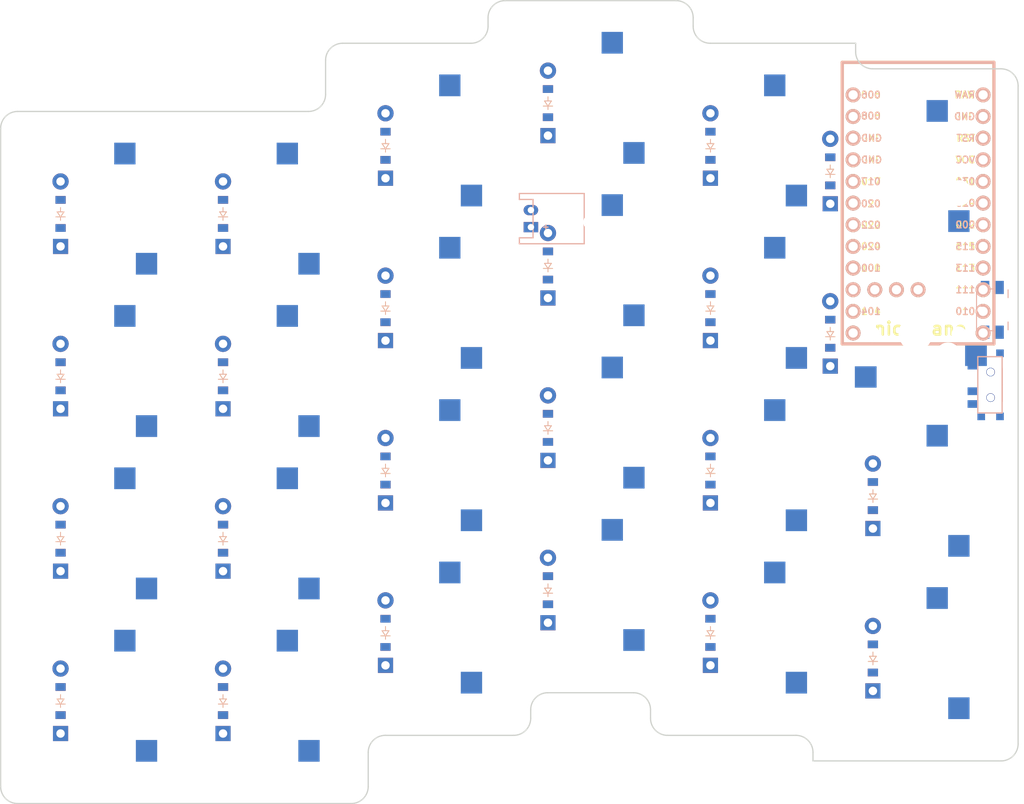
<source format=kicad_pcb>


(kicad_pcb (version 20171130) (host pcbnew 5.1.6)

  (page A3)
  (title_block
    (title "left")
    (rev "v1.0.0")
    (company "Unknown")
  )

  (general
    (thickness 1.6)
  )

  (layers
    (0 F.Cu signal)
    (31 B.Cu signal)
    (32 B.Adhes user)
    (33 F.Adhes user)
    (34 B.Paste user)
    (35 F.Paste user)
    (36 B.SilkS user)
    (37 F.SilkS user)
    (38 B.Mask user)
    (39 F.Mask user)
    (40 Dwgs.User user)
    (41 Cmts.User user)
    (42 Eco1.User user)
    (43 Eco2.User user)
    (44 Edge.Cuts user)
    (45 Margin user)
    (46 B.CrtYd user)
    (47 F.CrtYd user)
    (48 B.Fab user)
    (49 F.Fab user)
  )

  (setup
    (last_trace_width 0.25)
    (trace_clearance 0.2)
    (zone_clearance 0.508)
    (zone_45_only no)
    (trace_min 0.2)
    (via_size 0.8)
    (via_drill 0.4)
    (via_min_size 0.4)
    (via_min_drill 0.3)
    (uvia_size 0.3)
    (uvia_drill 0.1)
    (uvias_allowed no)
    (uvia_min_size 0.2)
    (uvia_min_drill 0.1)
    (edge_width 0.05)
    (segment_width 0.2)
    (pcb_text_width 0.3)
    (pcb_text_size 1.5 1.5)
    (mod_edge_width 0.12)
    (mod_text_size 1 1)
    (mod_text_width 0.15)
    (pad_size 1.524 1.524)
    (pad_drill 0.762)
    (pad_to_mask_clearance 0.05)
    (aux_axis_origin 0 0)
    (visible_elements FFFFFF7F)
    (pcbplotparams
      (layerselection 0x010fc_ffffffff)
      (usegerberextensions false)
      (usegerberattributes true)
      (usegerberadvancedattributes true)
      (creategerberjobfile true)
      (excludeedgelayer true)
      (linewidth 0.100000)
      (plotframeref false)
      (viasonmask false)
      (mode 1)
      (useauxorigin false)
      (hpglpennumber 1)
      (hpglpenspeed 20)
      (hpglpendiameter 15.000000)
      (psnegative false)
      (psa4output false)
      (plotreference true)
      (plotvalue true)
      (plotinvisibletext false)
      (padsonsilk false)
      (subtractmaskfromsilk false)
      (outputformat 1)
      (mirror false)
      (drillshape 1)
      (scaleselection 1)
      (outputdirectory ""))
  )

  (net 0 "")
(net 1 "P017")
(net 2 "outer_bottom")
(net 3 "outer_home")
(net 4 "outer_top")
(net 5 "outer_num")
(net 6 "P020")
(net 7 "pinky_bottom")
(net 8 "pinky_home")
(net 9 "pinky_top")
(net 10 "pinky_num")
(net 11 "P022")
(net 12 "ring_bottom")
(net 13 "ring_home")
(net 14 "ring_top")
(net 15 "ring_num")
(net 16 "P024")
(net 17 "middle_bottom")
(net 18 "middle_home")
(net 19 "middle_top")
(net 20 "middle_num")
(net 21 "P100")
(net 22 "index_bottom")
(net 23 "index_home")
(net 24 "index_top")
(net 25 "index_num")
(net 26 "P011")
(net 27 "inner_bottom")
(net 28 "inner_home")
(net 29 "inner_num")
(net 30 "inner_top")
(net 31 "RAW")
(net 32 "GND")
(net 33 "RST")
(net 34 "VCC")
(net 35 "P031")
(net 36 "P029")
(net 37 "P002")
(net 38 "P115")
(net 39 "P113")
(net 40 "P111")
(net 41 "P010")
(net 42 "P009")
(net 43 "P006")
(net 44 "P008")
(net 45 "P104")
(net 46 "P106")
(net 47 "P101")
(net 48 "P102")
(net 49 "P107")
(net 50 "{row_net}")
(net 51 "pos")

  (net_class Default "This is the default net class."
    (clearance 0.2)
    (trace_width 0.25)
    (via_dia 0.8)
    (via_drill 0.4)
    (uvia_dia 0.3)
    (uvia_drill 0.1)
    (add_net "")
(add_net "P017")
(add_net "outer_bottom")
(add_net "outer_home")
(add_net "outer_top")
(add_net "outer_num")
(add_net "P020")
(add_net "pinky_bottom")
(add_net "pinky_home")
(add_net "pinky_top")
(add_net "pinky_num")
(add_net "P022")
(add_net "ring_bottom")
(add_net "ring_home")
(add_net "ring_top")
(add_net "ring_num")
(add_net "P024")
(add_net "middle_bottom")
(add_net "middle_home")
(add_net "middle_top")
(add_net "middle_num")
(add_net "P100")
(add_net "index_bottom")
(add_net "index_home")
(add_net "index_top")
(add_net "index_num")
(add_net "P011")
(add_net "inner_bottom")
(add_net "inner_home")
(add_net "inner_num")
(add_net "inner_top")
(add_net "RAW")
(add_net "GND")
(add_net "RST")
(add_net "VCC")
(add_net "P031")
(add_net "P029")
(add_net "P002")
(add_net "P115")
(add_net "P113")
(add_net "P111")
(add_net "P010")
(add_net "P009")
(add_net "P006")
(add_net "P008")
(add_net "P104")
(add_net "P106")
(add_net "P101")
(add_net "P102")
(add_net "P107")
(add_net "{row_net}")
(add_net "pos")
  )

  
        
      (module MX (layer F.Cu) (tedit 5DD4F656)
      (at 0 0 -90)

      
      (fp_text reference "S1" (at 0 0) (layer F.SilkS) hide (effects (font (size 1.27 1.27) (thickness 0.15))))
      (fp_text value "" (at 0 0) (layer F.SilkS) hide (effects (font (size 1.27 1.27) (thickness 0.15))))

      
      (fp_line (start -7 -6) (end -7 -7) (layer Dwgs.User) (width 0.15))
      (fp_line (start -7 7) (end -6 7) (layer Dwgs.User) (width 0.15))
      (fp_line (start -6 -7) (end -7 -7) (layer Dwgs.User) (width 0.15))
      (fp_line (start -7 7) (end -7 6) (layer Dwgs.User) (width 0.15))
      (fp_line (start 7 6) (end 7 7) (layer Dwgs.User) (width 0.15))
      (fp_line (start 7 -7) (end 6 -7) (layer Dwgs.User) (width 0.15))
      (fp_line (start 6 7) (end 7 7) (layer Dwgs.User) (width 0.15))
      (fp_line (start 7 -7) (end 7 -6) (layer Dwgs.User) (width 0.15))
    
      
      (pad "" np_thru_hole circle (at 0 0) (size 3.9878 3.9878) (drill 3.9878) (layers *.Cu *.Mask))

      
      (pad "" np_thru_hole circle (at 5.08 0) (size 1.7018 1.7018) (drill 1.7018) (layers *.Cu *.Mask))
      (pad "" np_thru_hole circle (at -5.08 0) (size 1.7018 1.7018) (drill 1.7018) (layers *.Cu *.Mask))
      
        
        
        
        (pad "" np_thru_hole circle (at 2.54 -5.08) (size 3 3) (drill 3) (layers *.Cu *.Mask))
        (pad "" np_thru_hole circle (at -3.81 -2.54) (size 3 3) (drill 3) (layers *.Cu *.Mask))
        
        
        (pad 1 smd rect (at -7.085 -2.54 -90) (size 2.55 2.5) (layers B.Cu B.Paste B.Mask) (net 1 "P017"))
        (pad 2 smd rect (at 5.842 -5.08 -90) (size 2.55 2.5) (layers B.Cu B.Paste B.Mask) (net 2 "outer_bottom"))
        )
        

        
      (module MX (layer F.Cu) (tedit 5DD4F656)
      (at 0 -19.05 -90)

      
      (fp_text reference "S2" (at 0 0) (layer F.SilkS) hide (effects (font (size 1.27 1.27) (thickness 0.15))))
      (fp_text value "" (at 0 0) (layer F.SilkS) hide (effects (font (size 1.27 1.27) (thickness 0.15))))

      
      (fp_line (start -7 -6) (end -7 -7) (layer Dwgs.User) (width 0.15))
      (fp_line (start -7 7) (end -6 7) (layer Dwgs.User) (width 0.15))
      (fp_line (start -6 -7) (end -7 -7) (layer Dwgs.User) (width 0.15))
      (fp_line (start -7 7) (end -7 6) (layer Dwgs.User) (width 0.15))
      (fp_line (start 7 6) (end 7 7) (layer Dwgs.User) (width 0.15))
      (fp_line (start 7 -7) (end 6 -7) (layer Dwgs.User) (width 0.15))
      (fp_line (start 6 7) (end 7 7) (layer Dwgs.User) (width 0.15))
      (fp_line (start 7 -7) (end 7 -6) (layer Dwgs.User) (width 0.15))
    
      
      (pad "" np_thru_hole circle (at 0 0) (size 3.9878 3.9878) (drill 3.9878) (layers *.Cu *.Mask))

      
      (pad "" np_thru_hole circle (at 5.08 0) (size 1.7018 1.7018) (drill 1.7018) (layers *.Cu *.Mask))
      (pad "" np_thru_hole circle (at -5.08 0) (size 1.7018 1.7018) (drill 1.7018) (layers *.Cu *.Mask))
      
        
        
        
        (pad "" np_thru_hole circle (at 2.54 -5.08) (size 3 3) (drill 3) (layers *.Cu *.Mask))
        (pad "" np_thru_hole circle (at -3.81 -2.54) (size 3 3) (drill 3) (layers *.Cu *.Mask))
        
        
        (pad 1 smd rect (at -7.085 -2.54 -90) (size 2.55 2.5) (layers B.Cu B.Paste B.Mask) (net 1 "P017"))
        (pad 2 smd rect (at 5.842 -5.08 -90) (size 2.55 2.5) (layers B.Cu B.Paste B.Mask) (net 3 "outer_home"))
        )
        

        
      (module MX (layer F.Cu) (tedit 5DD4F656)
      (at 0 -38.1 -90)

      
      (fp_text reference "S3" (at 0 0) (layer F.SilkS) hide (effects (font (size 1.27 1.27) (thickness 0.15))))
      (fp_text value "" (at 0 0) (layer F.SilkS) hide (effects (font (size 1.27 1.27) (thickness 0.15))))

      
      (fp_line (start -7 -6) (end -7 -7) (layer Dwgs.User) (width 0.15))
      (fp_line (start -7 7) (end -6 7) (layer Dwgs.User) (width 0.15))
      (fp_line (start -6 -7) (end -7 -7) (layer Dwgs.User) (width 0.15))
      (fp_line (start -7 7) (end -7 6) (layer Dwgs.User) (width 0.15))
      (fp_line (start 7 6) (end 7 7) (layer Dwgs.User) (width 0.15))
      (fp_line (start 7 -7) (end 6 -7) (layer Dwgs.User) (width 0.15))
      (fp_line (start 6 7) (end 7 7) (layer Dwgs.User) (width 0.15))
      (fp_line (start 7 -7) (end 7 -6) (layer Dwgs.User) (width 0.15))
    
      
      (pad "" np_thru_hole circle (at 0 0) (size 3.9878 3.9878) (drill 3.9878) (layers *.Cu *.Mask))

      
      (pad "" np_thru_hole circle (at 5.08 0) (size 1.7018 1.7018) (drill 1.7018) (layers *.Cu *.Mask))
      (pad "" np_thru_hole circle (at -5.08 0) (size 1.7018 1.7018) (drill 1.7018) (layers *.Cu *.Mask))
      
        
        
        
        (pad "" np_thru_hole circle (at 2.54 -5.08) (size 3 3) (drill 3) (layers *.Cu *.Mask))
        (pad "" np_thru_hole circle (at -3.81 -2.54) (size 3 3) (drill 3) (layers *.Cu *.Mask))
        
        
        (pad 1 smd rect (at -7.085 -2.54 -90) (size 2.55 2.5) (layers B.Cu B.Paste B.Mask) (net 1 "P017"))
        (pad 2 smd rect (at 5.842 -5.08 -90) (size 2.55 2.5) (layers B.Cu B.Paste B.Mask) (net 4 "outer_top"))
        )
        

        
      (module MX (layer F.Cu) (tedit 5DD4F656)
      (at 0 -57.150000000000006 -90)

      
      (fp_text reference "S4" (at 0 0) (layer F.SilkS) hide (effects (font (size 1.27 1.27) (thickness 0.15))))
      (fp_text value "" (at 0 0) (layer F.SilkS) hide (effects (font (size 1.27 1.27) (thickness 0.15))))

      
      (fp_line (start -7 -6) (end -7 -7) (layer Dwgs.User) (width 0.15))
      (fp_line (start -7 7) (end -6 7) (layer Dwgs.User) (width 0.15))
      (fp_line (start -6 -7) (end -7 -7) (layer Dwgs.User) (width 0.15))
      (fp_line (start -7 7) (end -7 6) (layer Dwgs.User) (width 0.15))
      (fp_line (start 7 6) (end 7 7) (layer Dwgs.User) (width 0.15))
      (fp_line (start 7 -7) (end 6 -7) (layer Dwgs.User) (width 0.15))
      (fp_line (start 6 7) (end 7 7) (layer Dwgs.User) (width 0.15))
      (fp_line (start 7 -7) (end 7 -6) (layer Dwgs.User) (width 0.15))
    
      
      (pad "" np_thru_hole circle (at 0 0) (size 3.9878 3.9878) (drill 3.9878) (layers *.Cu *.Mask))

      
      (pad "" np_thru_hole circle (at 5.08 0) (size 1.7018 1.7018) (drill 1.7018) (layers *.Cu *.Mask))
      (pad "" np_thru_hole circle (at -5.08 0) (size 1.7018 1.7018) (drill 1.7018) (layers *.Cu *.Mask))
      
        
        
        
        (pad "" np_thru_hole circle (at 2.54 -5.08) (size 3 3) (drill 3) (layers *.Cu *.Mask))
        (pad "" np_thru_hole circle (at -3.81 -2.54) (size 3 3) (drill 3) (layers *.Cu *.Mask))
        
        
        (pad 1 smd rect (at -7.085 -2.54 -90) (size 2.55 2.5) (layers B.Cu B.Paste B.Mask) (net 1 "P017"))
        (pad 2 smd rect (at 5.842 -5.08 -90) (size 2.55 2.5) (layers B.Cu B.Paste B.Mask) (net 5 "outer_num"))
        )
        

        
      (module MX (layer F.Cu) (tedit 5DD4F656)
      (at 19.05 0 -90)

      
      (fp_text reference "S5" (at 0 0) (layer F.SilkS) hide (effects (font (size 1.27 1.27) (thickness 0.15))))
      (fp_text value "" (at 0 0) (layer F.SilkS) hide (effects (font (size 1.27 1.27) (thickness 0.15))))

      
      (fp_line (start -7 -6) (end -7 -7) (layer Dwgs.User) (width 0.15))
      (fp_line (start -7 7) (end -6 7) (layer Dwgs.User) (width 0.15))
      (fp_line (start -6 -7) (end -7 -7) (layer Dwgs.User) (width 0.15))
      (fp_line (start -7 7) (end -7 6) (layer Dwgs.User) (width 0.15))
      (fp_line (start 7 6) (end 7 7) (layer Dwgs.User) (width 0.15))
      (fp_line (start 7 -7) (end 6 -7) (layer Dwgs.User) (width 0.15))
      (fp_line (start 6 7) (end 7 7) (layer Dwgs.User) (width 0.15))
      (fp_line (start 7 -7) (end 7 -6) (layer Dwgs.User) (width 0.15))
    
      
      (pad "" np_thru_hole circle (at 0 0) (size 3.9878 3.9878) (drill 3.9878) (layers *.Cu *.Mask))

      
      (pad "" np_thru_hole circle (at 5.08 0) (size 1.7018 1.7018) (drill 1.7018) (layers *.Cu *.Mask))
      (pad "" np_thru_hole circle (at -5.08 0) (size 1.7018 1.7018) (drill 1.7018) (layers *.Cu *.Mask))
      
        
        
        
        (pad "" np_thru_hole circle (at 2.54 -5.08) (size 3 3) (drill 3) (layers *.Cu *.Mask))
        (pad "" np_thru_hole circle (at -3.81 -2.54) (size 3 3) (drill 3) (layers *.Cu *.Mask))
        
        
        (pad 1 smd rect (at -7.085 -2.54 -90) (size 2.55 2.5) (layers B.Cu B.Paste B.Mask) (net 6 "P020"))
        (pad 2 smd rect (at 5.842 -5.08 -90) (size 2.55 2.5) (layers B.Cu B.Paste B.Mask) (net 7 "pinky_bottom"))
        )
        

        
      (module MX (layer F.Cu) (tedit 5DD4F656)
      (at 19.05 -19.05 -90)

      
      (fp_text reference "S6" (at 0 0) (layer F.SilkS) hide (effects (font (size 1.27 1.27) (thickness 0.15))))
      (fp_text value "" (at 0 0) (layer F.SilkS) hide (effects (font (size 1.27 1.27) (thickness 0.15))))

      
      (fp_line (start -7 -6) (end -7 -7) (layer Dwgs.User) (width 0.15))
      (fp_line (start -7 7) (end -6 7) (layer Dwgs.User) (width 0.15))
      (fp_line (start -6 -7) (end -7 -7) (layer Dwgs.User) (width 0.15))
      (fp_line (start -7 7) (end -7 6) (layer Dwgs.User) (width 0.15))
      (fp_line (start 7 6) (end 7 7) (layer Dwgs.User) (width 0.15))
      (fp_line (start 7 -7) (end 6 -7) (layer Dwgs.User) (width 0.15))
      (fp_line (start 6 7) (end 7 7) (layer Dwgs.User) (width 0.15))
      (fp_line (start 7 -7) (end 7 -6) (layer Dwgs.User) (width 0.15))
    
      
      (pad "" np_thru_hole circle (at 0 0) (size 3.9878 3.9878) (drill 3.9878) (layers *.Cu *.Mask))

      
      (pad "" np_thru_hole circle (at 5.08 0) (size 1.7018 1.7018) (drill 1.7018) (layers *.Cu *.Mask))
      (pad "" np_thru_hole circle (at -5.08 0) (size 1.7018 1.7018) (drill 1.7018) (layers *.Cu *.Mask))
      
        
        
        
        (pad "" np_thru_hole circle (at 2.54 -5.08) (size 3 3) (drill 3) (layers *.Cu *.Mask))
        (pad "" np_thru_hole circle (at -3.81 -2.54) (size 3 3) (drill 3) (layers *.Cu *.Mask))
        
        
        (pad 1 smd rect (at -7.085 -2.54 -90) (size 2.55 2.5) (layers B.Cu B.Paste B.Mask) (net 6 "P020"))
        (pad 2 smd rect (at 5.842 -5.08 -90) (size 2.55 2.5) (layers B.Cu B.Paste B.Mask) (net 8 "pinky_home"))
        )
        

        
      (module MX (layer F.Cu) (tedit 5DD4F656)
      (at 19.05 -38.1 -90)

      
      (fp_text reference "S7" (at 0 0) (layer F.SilkS) hide (effects (font (size 1.27 1.27) (thickness 0.15))))
      (fp_text value "" (at 0 0) (layer F.SilkS) hide (effects (font (size 1.27 1.27) (thickness 0.15))))

      
      (fp_line (start -7 -6) (end -7 -7) (layer Dwgs.User) (width 0.15))
      (fp_line (start -7 7) (end -6 7) (layer Dwgs.User) (width 0.15))
      (fp_line (start -6 -7) (end -7 -7) (layer Dwgs.User) (width 0.15))
      (fp_line (start -7 7) (end -7 6) (layer Dwgs.User) (width 0.15))
      (fp_line (start 7 6) (end 7 7) (layer Dwgs.User) (width 0.15))
      (fp_line (start 7 -7) (end 6 -7) (layer Dwgs.User) (width 0.15))
      (fp_line (start 6 7) (end 7 7) (layer Dwgs.User) (width 0.15))
      (fp_line (start 7 -7) (end 7 -6) (layer Dwgs.User) (width 0.15))
    
      
      (pad "" np_thru_hole circle (at 0 0) (size 3.9878 3.9878) (drill 3.9878) (layers *.Cu *.Mask))

      
      (pad "" np_thru_hole circle (at 5.08 0) (size 1.7018 1.7018) (drill 1.7018) (layers *.Cu *.Mask))
      (pad "" np_thru_hole circle (at -5.08 0) (size 1.7018 1.7018) (drill 1.7018) (layers *.Cu *.Mask))
      
        
        
        
        (pad "" np_thru_hole circle (at 2.54 -5.08) (size 3 3) (drill 3) (layers *.Cu *.Mask))
        (pad "" np_thru_hole circle (at -3.81 -2.54) (size 3 3) (drill 3) (layers *.Cu *.Mask))
        
        
        (pad 1 smd rect (at -7.085 -2.54 -90) (size 2.55 2.5) (layers B.Cu B.Paste B.Mask) (net 6 "P020"))
        (pad 2 smd rect (at 5.842 -5.08 -90) (size 2.55 2.5) (layers B.Cu B.Paste B.Mask) (net 9 "pinky_top"))
        )
        

        
      (module MX (layer F.Cu) (tedit 5DD4F656)
      (at 19.05 -57.150000000000006 -90)

      
      (fp_text reference "S8" (at 0 0) (layer F.SilkS) hide (effects (font (size 1.27 1.27) (thickness 0.15))))
      (fp_text value "" (at 0 0) (layer F.SilkS) hide (effects (font (size 1.27 1.27) (thickness 0.15))))

      
      (fp_line (start -7 -6) (end -7 -7) (layer Dwgs.User) (width 0.15))
      (fp_line (start -7 7) (end -6 7) (layer Dwgs.User) (width 0.15))
      (fp_line (start -6 -7) (end -7 -7) (layer Dwgs.User) (width 0.15))
      (fp_line (start -7 7) (end -7 6) (layer Dwgs.User) (width 0.15))
      (fp_line (start 7 6) (end 7 7) (layer Dwgs.User) (width 0.15))
      (fp_line (start 7 -7) (end 6 -7) (layer Dwgs.User) (width 0.15))
      (fp_line (start 6 7) (end 7 7) (layer Dwgs.User) (width 0.15))
      (fp_line (start 7 -7) (end 7 -6) (layer Dwgs.User) (width 0.15))
    
      
      (pad "" np_thru_hole circle (at 0 0) (size 3.9878 3.9878) (drill 3.9878) (layers *.Cu *.Mask))

      
      (pad "" np_thru_hole circle (at 5.08 0) (size 1.7018 1.7018) (drill 1.7018) (layers *.Cu *.Mask))
      (pad "" np_thru_hole circle (at -5.08 0) (size 1.7018 1.7018) (drill 1.7018) (layers *.Cu *.Mask))
      
        
        
        
        (pad "" np_thru_hole circle (at 2.54 -5.08) (size 3 3) (drill 3) (layers *.Cu *.Mask))
        (pad "" np_thru_hole circle (at -3.81 -2.54) (size 3 3) (drill 3) (layers *.Cu *.Mask))
        
        
        (pad 1 smd rect (at -7.085 -2.54 -90) (size 2.55 2.5) (layers B.Cu B.Paste B.Mask) (net 6 "P020"))
        (pad 2 smd rect (at 5.842 -5.08 -90) (size 2.55 2.5) (layers B.Cu B.Paste B.Mask) (net 10 "pinky_num"))
        )
        

        
      (module MX (layer F.Cu) (tedit 5DD4F656)
      (at 38.1 -8 -90)

      
      (fp_text reference "S9" (at 0 0) (layer F.SilkS) hide (effects (font (size 1.27 1.27) (thickness 0.15))))
      (fp_text value "" (at 0 0) (layer F.SilkS) hide (effects (font (size 1.27 1.27) (thickness 0.15))))

      
      (fp_line (start -7 -6) (end -7 -7) (layer Dwgs.User) (width 0.15))
      (fp_line (start -7 7) (end -6 7) (layer Dwgs.User) (width 0.15))
      (fp_line (start -6 -7) (end -7 -7) (layer Dwgs.User) (width 0.15))
      (fp_line (start -7 7) (end -7 6) (layer Dwgs.User) (width 0.15))
      (fp_line (start 7 6) (end 7 7) (layer Dwgs.User) (width 0.15))
      (fp_line (start 7 -7) (end 6 -7) (layer Dwgs.User) (width 0.15))
      (fp_line (start 6 7) (end 7 7) (layer Dwgs.User) (width 0.15))
      (fp_line (start 7 -7) (end 7 -6) (layer Dwgs.User) (width 0.15))
    
      
      (pad "" np_thru_hole circle (at 0 0) (size 3.9878 3.9878) (drill 3.9878) (layers *.Cu *.Mask))

      
      (pad "" np_thru_hole circle (at 5.08 0) (size 1.7018 1.7018) (drill 1.7018) (layers *.Cu *.Mask))
      (pad "" np_thru_hole circle (at -5.08 0) (size 1.7018 1.7018) (drill 1.7018) (layers *.Cu *.Mask))
      
        
        
        
        (pad "" np_thru_hole circle (at 2.54 -5.08) (size 3 3) (drill 3) (layers *.Cu *.Mask))
        (pad "" np_thru_hole circle (at -3.81 -2.54) (size 3 3) (drill 3) (layers *.Cu *.Mask))
        
        
        (pad 1 smd rect (at -7.085 -2.54 -90) (size 2.55 2.5) (layers B.Cu B.Paste B.Mask) (net 11 "P022"))
        (pad 2 smd rect (at 5.842 -5.08 -90) (size 2.55 2.5) (layers B.Cu B.Paste B.Mask) (net 12 "ring_bottom"))
        )
        

        
      (module MX (layer F.Cu) (tedit 5DD4F656)
      (at 38.1 -27.05 -90)

      
      (fp_text reference "S10" (at 0 0) (layer F.SilkS) hide (effects (font (size 1.27 1.27) (thickness 0.15))))
      (fp_text value "" (at 0 0) (layer F.SilkS) hide (effects (font (size 1.27 1.27) (thickness 0.15))))

      
      (fp_line (start -7 -6) (end -7 -7) (layer Dwgs.User) (width 0.15))
      (fp_line (start -7 7) (end -6 7) (layer Dwgs.User) (width 0.15))
      (fp_line (start -6 -7) (end -7 -7) (layer Dwgs.User) (width 0.15))
      (fp_line (start -7 7) (end -7 6) (layer Dwgs.User) (width 0.15))
      (fp_line (start 7 6) (end 7 7) (layer Dwgs.User) (width 0.15))
      (fp_line (start 7 -7) (end 6 -7) (layer Dwgs.User) (width 0.15))
      (fp_line (start 6 7) (end 7 7) (layer Dwgs.User) (width 0.15))
      (fp_line (start 7 -7) (end 7 -6) (layer Dwgs.User) (width 0.15))
    
      
      (pad "" np_thru_hole circle (at 0 0) (size 3.9878 3.9878) (drill 3.9878) (layers *.Cu *.Mask))

      
      (pad "" np_thru_hole circle (at 5.08 0) (size 1.7018 1.7018) (drill 1.7018) (layers *.Cu *.Mask))
      (pad "" np_thru_hole circle (at -5.08 0) (size 1.7018 1.7018) (drill 1.7018) (layers *.Cu *.Mask))
      
        
        
        
        (pad "" np_thru_hole circle (at 2.54 -5.08) (size 3 3) (drill 3) (layers *.Cu *.Mask))
        (pad "" np_thru_hole circle (at -3.81 -2.54) (size 3 3) (drill 3) (layers *.Cu *.Mask))
        
        
        (pad 1 smd rect (at -7.085 -2.54 -90) (size 2.55 2.5) (layers B.Cu B.Paste B.Mask) (net 11 "P022"))
        (pad 2 smd rect (at 5.842 -5.08 -90) (size 2.55 2.5) (layers B.Cu B.Paste B.Mask) (net 13 "ring_home"))
        )
        

        
      (module MX (layer F.Cu) (tedit 5DD4F656)
      (at 38.1 -46.1 -90)

      
      (fp_text reference "S11" (at 0 0) (layer F.SilkS) hide (effects (font (size 1.27 1.27) (thickness 0.15))))
      (fp_text value "" (at 0 0) (layer F.SilkS) hide (effects (font (size 1.27 1.27) (thickness 0.15))))

      
      (fp_line (start -7 -6) (end -7 -7) (layer Dwgs.User) (width 0.15))
      (fp_line (start -7 7) (end -6 7) (layer Dwgs.User) (width 0.15))
      (fp_line (start -6 -7) (end -7 -7) (layer Dwgs.User) (width 0.15))
      (fp_line (start -7 7) (end -7 6) (layer Dwgs.User) (width 0.15))
      (fp_line (start 7 6) (end 7 7) (layer Dwgs.User) (width 0.15))
      (fp_line (start 7 -7) (end 6 -7) (layer Dwgs.User) (width 0.15))
      (fp_line (start 6 7) (end 7 7) (layer Dwgs.User) (width 0.15))
      (fp_line (start 7 -7) (end 7 -6) (layer Dwgs.User) (width 0.15))
    
      
      (pad "" np_thru_hole circle (at 0 0) (size 3.9878 3.9878) (drill 3.9878) (layers *.Cu *.Mask))

      
      (pad "" np_thru_hole circle (at 5.08 0) (size 1.7018 1.7018) (drill 1.7018) (layers *.Cu *.Mask))
      (pad "" np_thru_hole circle (at -5.08 0) (size 1.7018 1.7018) (drill 1.7018) (layers *.Cu *.Mask))
      
        
        
        
        (pad "" np_thru_hole circle (at 2.54 -5.08) (size 3 3) (drill 3) (layers *.Cu *.Mask))
        (pad "" np_thru_hole circle (at -3.81 -2.54) (size 3 3) (drill 3) (layers *.Cu *.Mask))
        
        
        (pad 1 smd rect (at -7.085 -2.54 -90) (size 2.55 2.5) (layers B.Cu B.Paste B.Mask) (net 11 "P022"))
        (pad 2 smd rect (at 5.842 -5.08 -90) (size 2.55 2.5) (layers B.Cu B.Paste B.Mask) (net 14 "ring_top"))
        )
        

        
      (module MX (layer F.Cu) (tedit 5DD4F656)
      (at 38.1 -65.15 -90)

      
      (fp_text reference "S12" (at 0 0) (layer F.SilkS) hide (effects (font (size 1.27 1.27) (thickness 0.15))))
      (fp_text value "" (at 0 0) (layer F.SilkS) hide (effects (font (size 1.27 1.27) (thickness 0.15))))

      
      (fp_line (start -7 -6) (end -7 -7) (layer Dwgs.User) (width 0.15))
      (fp_line (start -7 7) (end -6 7) (layer Dwgs.User) (width 0.15))
      (fp_line (start -6 -7) (end -7 -7) (layer Dwgs.User) (width 0.15))
      (fp_line (start -7 7) (end -7 6) (layer Dwgs.User) (width 0.15))
      (fp_line (start 7 6) (end 7 7) (layer Dwgs.User) (width 0.15))
      (fp_line (start 7 -7) (end 6 -7) (layer Dwgs.User) (width 0.15))
      (fp_line (start 6 7) (end 7 7) (layer Dwgs.User) (width 0.15))
      (fp_line (start 7 -7) (end 7 -6) (layer Dwgs.User) (width 0.15))
    
      
      (pad "" np_thru_hole circle (at 0 0) (size 3.9878 3.9878) (drill 3.9878) (layers *.Cu *.Mask))

      
      (pad "" np_thru_hole circle (at 5.08 0) (size 1.7018 1.7018) (drill 1.7018) (layers *.Cu *.Mask))
      (pad "" np_thru_hole circle (at -5.08 0) (size 1.7018 1.7018) (drill 1.7018) (layers *.Cu *.Mask))
      
        
        
        
        (pad "" np_thru_hole circle (at 2.54 -5.08) (size 3 3) (drill 3) (layers *.Cu *.Mask))
        (pad "" np_thru_hole circle (at -3.81 -2.54) (size 3 3) (drill 3) (layers *.Cu *.Mask))
        
        
        (pad 1 smd rect (at -7.085 -2.54 -90) (size 2.55 2.5) (layers B.Cu B.Paste B.Mask) (net 11 "P022"))
        (pad 2 smd rect (at 5.842 -5.08 -90) (size 2.55 2.5) (layers B.Cu B.Paste B.Mask) (net 15 "ring_num"))
        )
        

        
      (module MX (layer F.Cu) (tedit 5DD4F656)
      (at 57.15 -13 -90)

      
      (fp_text reference "S13" (at 0 0) (layer F.SilkS) hide (effects (font (size 1.27 1.27) (thickness 0.15))))
      (fp_text value "" (at 0 0) (layer F.SilkS) hide (effects (font (size 1.27 1.27) (thickness 0.15))))

      
      (fp_line (start -7 -6) (end -7 -7) (layer Dwgs.User) (width 0.15))
      (fp_line (start -7 7) (end -6 7) (layer Dwgs.User) (width 0.15))
      (fp_line (start -6 -7) (end -7 -7) (layer Dwgs.User) (width 0.15))
      (fp_line (start -7 7) (end -7 6) (layer Dwgs.User) (width 0.15))
      (fp_line (start 7 6) (end 7 7) (layer Dwgs.User) (width 0.15))
      (fp_line (start 7 -7) (end 6 -7) (layer Dwgs.User) (width 0.15))
      (fp_line (start 6 7) (end 7 7) (layer Dwgs.User) (width 0.15))
      (fp_line (start 7 -7) (end 7 -6) (layer Dwgs.User) (width 0.15))
    
      
      (pad "" np_thru_hole circle (at 0 0) (size 3.9878 3.9878) (drill 3.9878) (layers *.Cu *.Mask))

      
      (pad "" np_thru_hole circle (at 5.08 0) (size 1.7018 1.7018) (drill 1.7018) (layers *.Cu *.Mask))
      (pad "" np_thru_hole circle (at -5.08 0) (size 1.7018 1.7018) (drill 1.7018) (layers *.Cu *.Mask))
      
        
        
        
        (pad "" np_thru_hole circle (at 2.54 -5.08) (size 3 3) (drill 3) (layers *.Cu *.Mask))
        (pad "" np_thru_hole circle (at -3.81 -2.54) (size 3 3) (drill 3) (layers *.Cu *.Mask))
        
        
        (pad 1 smd rect (at -7.085 -2.54 -90) (size 2.55 2.5) (layers B.Cu B.Paste B.Mask) (net 16 "P024"))
        (pad 2 smd rect (at 5.842 -5.08 -90) (size 2.55 2.5) (layers B.Cu B.Paste B.Mask) (net 17 "middle_bottom"))
        )
        

        
      (module MX (layer F.Cu) (tedit 5DD4F656)
      (at 57.15 -32.05 -90)

      
      (fp_text reference "S14" (at 0 0) (layer F.SilkS) hide (effects (font (size 1.27 1.27) (thickness 0.15))))
      (fp_text value "" (at 0 0) (layer F.SilkS) hide (effects (font (size 1.27 1.27) (thickness 0.15))))

      
      (fp_line (start -7 -6) (end -7 -7) (layer Dwgs.User) (width 0.15))
      (fp_line (start -7 7) (end -6 7) (layer Dwgs.User) (width 0.15))
      (fp_line (start -6 -7) (end -7 -7) (layer Dwgs.User) (width 0.15))
      (fp_line (start -7 7) (end -7 6) (layer Dwgs.User) (width 0.15))
      (fp_line (start 7 6) (end 7 7) (layer Dwgs.User) (width 0.15))
      (fp_line (start 7 -7) (end 6 -7) (layer Dwgs.User) (width 0.15))
      (fp_line (start 6 7) (end 7 7) (layer Dwgs.User) (width 0.15))
      (fp_line (start 7 -7) (end 7 -6) (layer Dwgs.User) (width 0.15))
    
      
      (pad "" np_thru_hole circle (at 0 0) (size 3.9878 3.9878) (drill 3.9878) (layers *.Cu *.Mask))

      
      (pad "" np_thru_hole circle (at 5.08 0) (size 1.7018 1.7018) (drill 1.7018) (layers *.Cu *.Mask))
      (pad "" np_thru_hole circle (at -5.08 0) (size 1.7018 1.7018) (drill 1.7018) (layers *.Cu *.Mask))
      
        
        
        
        (pad "" np_thru_hole circle (at 2.54 -5.08) (size 3 3) (drill 3) (layers *.Cu *.Mask))
        (pad "" np_thru_hole circle (at -3.81 -2.54) (size 3 3) (drill 3) (layers *.Cu *.Mask))
        
        
        (pad 1 smd rect (at -7.085 -2.54 -90) (size 2.55 2.5) (layers B.Cu B.Paste B.Mask) (net 16 "P024"))
        (pad 2 smd rect (at 5.842 -5.08 -90) (size 2.55 2.5) (layers B.Cu B.Paste B.Mask) (net 18 "middle_home"))
        )
        

        
      (module MX (layer F.Cu) (tedit 5DD4F656)
      (at 57.15 -51.099999999999994 -90)

      
      (fp_text reference "S15" (at 0 0) (layer F.SilkS) hide (effects (font (size 1.27 1.27) (thickness 0.15))))
      (fp_text value "" (at 0 0) (layer F.SilkS) hide (effects (font (size 1.27 1.27) (thickness 0.15))))

      
      (fp_line (start -7 -6) (end -7 -7) (layer Dwgs.User) (width 0.15))
      (fp_line (start -7 7) (end -6 7) (layer Dwgs.User) (width 0.15))
      (fp_line (start -6 -7) (end -7 -7) (layer Dwgs.User) (width 0.15))
      (fp_line (start -7 7) (end -7 6) (layer Dwgs.User) (width 0.15))
      (fp_line (start 7 6) (end 7 7) (layer Dwgs.User) (width 0.15))
      (fp_line (start 7 -7) (end 6 -7) (layer Dwgs.User) (width 0.15))
      (fp_line (start 6 7) (end 7 7) (layer Dwgs.User) (width 0.15))
      (fp_line (start 7 -7) (end 7 -6) (layer Dwgs.User) (width 0.15))
    
      
      (pad "" np_thru_hole circle (at 0 0) (size 3.9878 3.9878) (drill 3.9878) (layers *.Cu *.Mask))

      
      (pad "" np_thru_hole circle (at 5.08 0) (size 1.7018 1.7018) (drill 1.7018) (layers *.Cu *.Mask))
      (pad "" np_thru_hole circle (at -5.08 0) (size 1.7018 1.7018) (drill 1.7018) (layers *.Cu *.Mask))
      
        
        
        
        (pad "" np_thru_hole circle (at 2.54 -5.08) (size 3 3) (drill 3) (layers *.Cu *.Mask))
        (pad "" np_thru_hole circle (at -3.81 -2.54) (size 3 3) (drill 3) (layers *.Cu *.Mask))
        
        
        (pad 1 smd rect (at -7.085 -2.54 -90) (size 2.55 2.5) (layers B.Cu B.Paste B.Mask) (net 16 "P024"))
        (pad 2 smd rect (at 5.842 -5.08 -90) (size 2.55 2.5) (layers B.Cu B.Paste B.Mask) (net 19 "middle_top"))
        )
        

        
      (module MX (layer F.Cu) (tedit 5DD4F656)
      (at 57.15 -70.14999999999999 -90)

      
      (fp_text reference "S16" (at 0 0) (layer F.SilkS) hide (effects (font (size 1.27 1.27) (thickness 0.15))))
      (fp_text value "" (at 0 0) (layer F.SilkS) hide (effects (font (size 1.27 1.27) (thickness 0.15))))

      
      (fp_line (start -7 -6) (end -7 -7) (layer Dwgs.User) (width 0.15))
      (fp_line (start -7 7) (end -6 7) (layer Dwgs.User) (width 0.15))
      (fp_line (start -6 -7) (end -7 -7) (layer Dwgs.User) (width 0.15))
      (fp_line (start -7 7) (end -7 6) (layer Dwgs.User) (width 0.15))
      (fp_line (start 7 6) (end 7 7) (layer Dwgs.User) (width 0.15))
      (fp_line (start 7 -7) (end 6 -7) (layer Dwgs.User) (width 0.15))
      (fp_line (start 6 7) (end 7 7) (layer Dwgs.User) (width 0.15))
      (fp_line (start 7 -7) (end 7 -6) (layer Dwgs.User) (width 0.15))
    
      
      (pad "" np_thru_hole circle (at 0 0) (size 3.9878 3.9878) (drill 3.9878) (layers *.Cu *.Mask))

      
      (pad "" np_thru_hole circle (at 5.08 0) (size 1.7018 1.7018) (drill 1.7018) (layers *.Cu *.Mask))
      (pad "" np_thru_hole circle (at -5.08 0) (size 1.7018 1.7018) (drill 1.7018) (layers *.Cu *.Mask))
      
        
        
        
        (pad "" np_thru_hole circle (at 2.54 -5.08) (size 3 3) (drill 3) (layers *.Cu *.Mask))
        (pad "" np_thru_hole circle (at -3.81 -2.54) (size 3 3) (drill 3) (layers *.Cu *.Mask))
        
        
        (pad 1 smd rect (at -7.085 -2.54 -90) (size 2.55 2.5) (layers B.Cu B.Paste B.Mask) (net 16 "P024"))
        (pad 2 smd rect (at 5.842 -5.08 -90) (size 2.55 2.5) (layers B.Cu B.Paste B.Mask) (net 20 "middle_num"))
        )
        

        
      (module MX (layer F.Cu) (tedit 5DD4F656)
      (at 76.2 -8 -90)

      
      (fp_text reference "S17" (at 0 0) (layer F.SilkS) hide (effects (font (size 1.27 1.27) (thickness 0.15))))
      (fp_text value "" (at 0 0) (layer F.SilkS) hide (effects (font (size 1.27 1.27) (thickness 0.15))))

      
      (fp_line (start -7 -6) (end -7 -7) (layer Dwgs.User) (width 0.15))
      (fp_line (start -7 7) (end -6 7) (layer Dwgs.User) (width 0.15))
      (fp_line (start -6 -7) (end -7 -7) (layer Dwgs.User) (width 0.15))
      (fp_line (start -7 7) (end -7 6) (layer Dwgs.User) (width 0.15))
      (fp_line (start 7 6) (end 7 7) (layer Dwgs.User) (width 0.15))
      (fp_line (start 7 -7) (end 6 -7) (layer Dwgs.User) (width 0.15))
      (fp_line (start 6 7) (end 7 7) (layer Dwgs.User) (width 0.15))
      (fp_line (start 7 -7) (end 7 -6) (layer Dwgs.User) (width 0.15))
    
      
      (pad "" np_thru_hole circle (at 0 0) (size 3.9878 3.9878) (drill 3.9878) (layers *.Cu *.Mask))

      
      (pad "" np_thru_hole circle (at 5.08 0) (size 1.7018 1.7018) (drill 1.7018) (layers *.Cu *.Mask))
      (pad "" np_thru_hole circle (at -5.08 0) (size 1.7018 1.7018) (drill 1.7018) (layers *.Cu *.Mask))
      
        
        
        
        (pad "" np_thru_hole circle (at 2.54 -5.08) (size 3 3) (drill 3) (layers *.Cu *.Mask))
        (pad "" np_thru_hole circle (at -3.81 -2.54) (size 3 3) (drill 3) (layers *.Cu *.Mask))
        
        
        (pad 1 smd rect (at -7.085 -2.54 -90) (size 2.55 2.5) (layers B.Cu B.Paste B.Mask) (net 21 "P100"))
        (pad 2 smd rect (at 5.842 -5.08 -90) (size 2.55 2.5) (layers B.Cu B.Paste B.Mask) (net 22 "index_bottom"))
        )
        

        
      (module MX (layer F.Cu) (tedit 5DD4F656)
      (at 76.2 -27.05 -90)

      
      (fp_text reference "S18" (at 0 0) (layer F.SilkS) hide (effects (font (size 1.27 1.27) (thickness 0.15))))
      (fp_text value "" (at 0 0) (layer F.SilkS) hide (effects (font (size 1.27 1.27) (thickness 0.15))))

      
      (fp_line (start -7 -6) (end -7 -7) (layer Dwgs.User) (width 0.15))
      (fp_line (start -7 7) (end -6 7) (layer Dwgs.User) (width 0.15))
      (fp_line (start -6 -7) (end -7 -7) (layer Dwgs.User) (width 0.15))
      (fp_line (start -7 7) (end -7 6) (layer Dwgs.User) (width 0.15))
      (fp_line (start 7 6) (end 7 7) (layer Dwgs.User) (width 0.15))
      (fp_line (start 7 -7) (end 6 -7) (layer Dwgs.User) (width 0.15))
      (fp_line (start 6 7) (end 7 7) (layer Dwgs.User) (width 0.15))
      (fp_line (start 7 -7) (end 7 -6) (layer Dwgs.User) (width 0.15))
    
      
      (pad "" np_thru_hole circle (at 0 0) (size 3.9878 3.9878) (drill 3.9878) (layers *.Cu *.Mask))

      
      (pad "" np_thru_hole circle (at 5.08 0) (size 1.7018 1.7018) (drill 1.7018) (layers *.Cu *.Mask))
      (pad "" np_thru_hole circle (at -5.08 0) (size 1.7018 1.7018) (drill 1.7018) (layers *.Cu *.Mask))
      
        
        
        
        (pad "" np_thru_hole circle (at 2.54 -5.08) (size 3 3) (drill 3) (layers *.Cu *.Mask))
        (pad "" np_thru_hole circle (at -3.81 -2.54) (size 3 3) (drill 3) (layers *.Cu *.Mask))
        
        
        (pad 1 smd rect (at -7.085 -2.54 -90) (size 2.55 2.5) (layers B.Cu B.Paste B.Mask) (net 21 "P100"))
        (pad 2 smd rect (at 5.842 -5.08 -90) (size 2.55 2.5) (layers B.Cu B.Paste B.Mask) (net 23 "index_home"))
        )
        

        
      (module MX (layer F.Cu) (tedit 5DD4F656)
      (at 76.2 -46.1 -90)

      
      (fp_text reference "S19" (at 0 0) (layer F.SilkS) hide (effects (font (size 1.27 1.27) (thickness 0.15))))
      (fp_text value "" (at 0 0) (layer F.SilkS) hide (effects (font (size 1.27 1.27) (thickness 0.15))))

      
      (fp_line (start -7 -6) (end -7 -7) (layer Dwgs.User) (width 0.15))
      (fp_line (start -7 7) (end -6 7) (layer Dwgs.User) (width 0.15))
      (fp_line (start -6 -7) (end -7 -7) (layer Dwgs.User) (width 0.15))
      (fp_line (start -7 7) (end -7 6) (layer Dwgs.User) (width 0.15))
      (fp_line (start 7 6) (end 7 7) (layer Dwgs.User) (width 0.15))
      (fp_line (start 7 -7) (end 6 -7) (layer Dwgs.User) (width 0.15))
      (fp_line (start 6 7) (end 7 7) (layer Dwgs.User) (width 0.15))
      (fp_line (start 7 -7) (end 7 -6) (layer Dwgs.User) (width 0.15))
    
      
      (pad "" np_thru_hole circle (at 0 0) (size 3.9878 3.9878) (drill 3.9878) (layers *.Cu *.Mask))

      
      (pad "" np_thru_hole circle (at 5.08 0) (size 1.7018 1.7018) (drill 1.7018) (layers *.Cu *.Mask))
      (pad "" np_thru_hole circle (at -5.08 0) (size 1.7018 1.7018) (drill 1.7018) (layers *.Cu *.Mask))
      
        
        
        
        (pad "" np_thru_hole circle (at 2.54 -5.08) (size 3 3) (drill 3) (layers *.Cu *.Mask))
        (pad "" np_thru_hole circle (at -3.81 -2.54) (size 3 3) (drill 3) (layers *.Cu *.Mask))
        
        
        (pad 1 smd rect (at -7.085 -2.54 -90) (size 2.55 2.5) (layers B.Cu B.Paste B.Mask) (net 21 "P100"))
        (pad 2 smd rect (at 5.842 -5.08 -90) (size 2.55 2.5) (layers B.Cu B.Paste B.Mask) (net 24 "index_top"))
        )
        

        
      (module MX (layer F.Cu) (tedit 5DD4F656)
      (at 76.2 -65.15 -90)

      
      (fp_text reference "S20" (at 0 0) (layer F.SilkS) hide (effects (font (size 1.27 1.27) (thickness 0.15))))
      (fp_text value "" (at 0 0) (layer F.SilkS) hide (effects (font (size 1.27 1.27) (thickness 0.15))))

      
      (fp_line (start -7 -6) (end -7 -7) (layer Dwgs.User) (width 0.15))
      (fp_line (start -7 7) (end -6 7) (layer Dwgs.User) (width 0.15))
      (fp_line (start -6 -7) (end -7 -7) (layer Dwgs.User) (width 0.15))
      (fp_line (start -7 7) (end -7 6) (layer Dwgs.User) (width 0.15))
      (fp_line (start 7 6) (end 7 7) (layer Dwgs.User) (width 0.15))
      (fp_line (start 7 -7) (end 6 -7) (layer Dwgs.User) (width 0.15))
      (fp_line (start 6 7) (end 7 7) (layer Dwgs.User) (width 0.15))
      (fp_line (start 7 -7) (end 7 -6) (layer Dwgs.User) (width 0.15))
    
      
      (pad "" np_thru_hole circle (at 0 0) (size 3.9878 3.9878) (drill 3.9878) (layers *.Cu *.Mask))

      
      (pad "" np_thru_hole circle (at 5.08 0) (size 1.7018 1.7018) (drill 1.7018) (layers *.Cu *.Mask))
      (pad "" np_thru_hole circle (at -5.08 0) (size 1.7018 1.7018) (drill 1.7018) (layers *.Cu *.Mask))
      
        
        
        
        (pad "" np_thru_hole circle (at 2.54 -5.08) (size 3 3) (drill 3) (layers *.Cu *.Mask))
        (pad "" np_thru_hole circle (at -3.81 -2.54) (size 3 3) (drill 3) (layers *.Cu *.Mask))
        
        
        (pad 1 smd rect (at -7.085 -2.54 -90) (size 2.55 2.5) (layers B.Cu B.Paste B.Mask) (net 21 "P100"))
        (pad 2 smd rect (at 5.842 -5.08 -90) (size 2.55 2.5) (layers B.Cu B.Paste B.Mask) (net 25 "index_num"))
        )
        

        
      (module MX (layer F.Cu) (tedit 5DD4F656)
      (at 95.25 -5 -90)

      
      (fp_text reference "S21" (at 0 0) (layer F.SilkS) hide (effects (font (size 1.27 1.27) (thickness 0.15))))
      (fp_text value "" (at 0 0) (layer F.SilkS) hide (effects (font (size 1.27 1.27) (thickness 0.15))))

      
      (fp_line (start -7 -6) (end -7 -7) (layer Dwgs.User) (width 0.15))
      (fp_line (start -7 7) (end -6 7) (layer Dwgs.User) (width 0.15))
      (fp_line (start -6 -7) (end -7 -7) (layer Dwgs.User) (width 0.15))
      (fp_line (start -7 7) (end -7 6) (layer Dwgs.User) (width 0.15))
      (fp_line (start 7 6) (end 7 7) (layer Dwgs.User) (width 0.15))
      (fp_line (start 7 -7) (end 6 -7) (layer Dwgs.User) (width 0.15))
      (fp_line (start 6 7) (end 7 7) (layer Dwgs.User) (width 0.15))
      (fp_line (start 7 -7) (end 7 -6) (layer Dwgs.User) (width 0.15))
    
      
      (pad "" np_thru_hole circle (at 0 0) (size 3.9878 3.9878) (drill 3.9878) (layers *.Cu *.Mask))

      
      (pad "" np_thru_hole circle (at 5.08 0) (size 1.7018 1.7018) (drill 1.7018) (layers *.Cu *.Mask))
      (pad "" np_thru_hole circle (at -5.08 0) (size 1.7018 1.7018) (drill 1.7018) (layers *.Cu *.Mask))
      
        
        
        
        (pad "" np_thru_hole circle (at 2.54 -5.08) (size 3 3) (drill 3) (layers *.Cu *.Mask))
        (pad "" np_thru_hole circle (at -3.81 -2.54) (size 3 3) (drill 3) (layers *.Cu *.Mask))
        
        
        (pad 1 smd rect (at -7.085 -2.54 -90) (size 2.55 2.5) (layers B.Cu B.Paste B.Mask) (net 26 "P011"))
        (pad 2 smd rect (at 5.842 -5.08 -90) (size 2.55 2.5) (layers B.Cu B.Paste B.Mask) (net 27 "inner_bottom"))
        )
        

        
      (module MX (layer F.Cu) (tedit 5DD4F656)
      (at 95.25 -24.05 -90)

      
      (fp_text reference "S22" (at 0 0) (layer F.SilkS) hide (effects (font (size 1.27 1.27) (thickness 0.15))))
      (fp_text value "" (at 0 0) (layer F.SilkS) hide (effects (font (size 1.27 1.27) (thickness 0.15))))

      
      (fp_line (start -7 -6) (end -7 -7) (layer Dwgs.User) (width 0.15))
      (fp_line (start -7 7) (end -6 7) (layer Dwgs.User) (width 0.15))
      (fp_line (start -6 -7) (end -7 -7) (layer Dwgs.User) (width 0.15))
      (fp_line (start -7 7) (end -7 6) (layer Dwgs.User) (width 0.15))
      (fp_line (start 7 6) (end 7 7) (layer Dwgs.User) (width 0.15))
      (fp_line (start 7 -7) (end 6 -7) (layer Dwgs.User) (width 0.15))
      (fp_line (start 6 7) (end 7 7) (layer Dwgs.User) (width 0.15))
      (fp_line (start 7 -7) (end 7 -6) (layer Dwgs.User) (width 0.15))
    
      
      (pad "" np_thru_hole circle (at 0 0) (size 3.9878 3.9878) (drill 3.9878) (layers *.Cu *.Mask))

      
      (pad "" np_thru_hole circle (at 5.08 0) (size 1.7018 1.7018) (drill 1.7018) (layers *.Cu *.Mask))
      (pad "" np_thru_hole circle (at -5.08 0) (size 1.7018 1.7018) (drill 1.7018) (layers *.Cu *.Mask))
      
        
        
        
        (pad "" np_thru_hole circle (at 2.54 -5.08) (size 3 3) (drill 3) (layers *.Cu *.Mask))
        (pad "" np_thru_hole circle (at -3.81 -2.54) (size 3 3) (drill 3) (layers *.Cu *.Mask))
        
        
        (pad 1 smd rect (at -7.085 -2.54 -90) (size 2.55 2.5) (layers B.Cu B.Paste B.Mask) (net 26 "P011"))
        (pad 2 smd rect (at 5.842 -5.08 -90) (size 2.55 2.5) (layers B.Cu B.Paste B.Mask) (net 28 "inner_home"))
        )
        

        
      (module MX (layer F.Cu) (tedit 5DD4F656)
      (at 95.25 -62.150000000000006 -90)

      
      (fp_text reference "S23" (at 0 0) (layer F.SilkS) hide (effects (font (size 1.27 1.27) (thickness 0.15))))
      (fp_text value "" (at 0 0) (layer F.SilkS) hide (effects (font (size 1.27 1.27) (thickness 0.15))))

      
      (fp_line (start -7 -6) (end -7 -7) (layer Dwgs.User) (width 0.15))
      (fp_line (start -7 7) (end -6 7) (layer Dwgs.User) (width 0.15))
      (fp_line (start -6 -7) (end -7 -7) (layer Dwgs.User) (width 0.15))
      (fp_line (start -7 7) (end -7 6) (layer Dwgs.User) (width 0.15))
      (fp_line (start 7 6) (end 7 7) (layer Dwgs.User) (width 0.15))
      (fp_line (start 7 -7) (end 6 -7) (layer Dwgs.User) (width 0.15))
      (fp_line (start 6 7) (end 7 7) (layer Dwgs.User) (width 0.15))
      (fp_line (start 7 -7) (end 7 -6) (layer Dwgs.User) (width 0.15))
    
      
      (pad "" np_thru_hole circle (at 0 0) (size 3.9878 3.9878) (drill 3.9878) (layers *.Cu *.Mask))

      
      (pad "" np_thru_hole circle (at 5.08 0) (size 1.7018 1.7018) (drill 1.7018) (layers *.Cu *.Mask))
      (pad "" np_thru_hole circle (at -5.08 0) (size 1.7018 1.7018) (drill 1.7018) (layers *.Cu *.Mask))
      
        
        
        
        (pad "" np_thru_hole circle (at 2.54 -5.08) (size 3 3) (drill 3) (layers *.Cu *.Mask))
        (pad "" np_thru_hole circle (at -3.81 -2.54) (size 3 3) (drill 3) (layers *.Cu *.Mask))
        
        
        (pad 1 smd rect (at -7.085 -2.54 -90) (size 2.55 2.5) (layers B.Cu B.Paste B.Mask) (net 26 "P011"))
        (pad 2 smd rect (at 5.842 -5.08 -90) (size 2.55 2.5) (layers B.Cu B.Paste B.Mask) (net 29 "inner_num"))
        )
        

        
      (module MX (layer F.Cu) (tedit 5DD4F656)
      (at 95.25 -43.1 -180)

      
      (fp_text reference "S24" (at 0 0) (layer F.SilkS) hide (effects (font (size 1.27 1.27) (thickness 0.15))))
      (fp_text value "" (at 0 0) (layer F.SilkS) hide (effects (font (size 1.27 1.27) (thickness 0.15))))

      
      (fp_line (start -7 -6) (end -7 -7) (layer Dwgs.User) (width 0.15))
      (fp_line (start -7 7) (end -6 7) (layer Dwgs.User) (width 0.15))
      (fp_line (start -6 -7) (end -7 -7) (layer Dwgs.User) (width 0.15))
      (fp_line (start -7 7) (end -7 6) (layer Dwgs.User) (width 0.15))
      (fp_line (start 7 6) (end 7 7) (layer Dwgs.User) (width 0.15))
      (fp_line (start 7 -7) (end 6 -7) (layer Dwgs.User) (width 0.15))
      (fp_line (start 6 7) (end 7 7) (layer Dwgs.User) (width 0.15))
      (fp_line (start 7 -7) (end 7 -6) (layer Dwgs.User) (width 0.15))
    
      
      (pad "" np_thru_hole circle (at 0 0) (size 3.9878 3.9878) (drill 3.9878) (layers *.Cu *.Mask))

      
      (pad "" np_thru_hole circle (at 5.08 0) (size 1.7018 1.7018) (drill 1.7018) (layers *.Cu *.Mask))
      (pad "" np_thru_hole circle (at -5.08 0) (size 1.7018 1.7018) (drill 1.7018) (layers *.Cu *.Mask))
      
        
        
        
        (pad "" np_thru_hole circle (at 2.54 -5.08) (size 3 3) (drill 3) (layers *.Cu *.Mask))
        (pad "" np_thru_hole circle (at -3.81 -2.54) (size 3 3) (drill 3) (layers *.Cu *.Mask))
        
        
        (pad 1 smd rect (at -7.085 -2.54 -180) (size 2.55 2.5) (layers B.Cu B.Paste B.Mask) (net 26 "P011"))
        (pad 2 smd rect (at 5.842 -5.08 -180) (size 2.55 2.5) (layers B.Cu B.Paste B.Mask) (net 30 "inner_top"))
        )
        

          
      (module nice_nano (layer F.Cu) (tedit 6058B206)
      (at 95.55 -57.150000000000006 -90)

      
      (fp_text reference "MCU1" (at 0 0) (layer F.SilkS) hide (effects (font (size 1.2 1.2) (thickness 0.2032))))
      (fp_text value nice_nano (at 0 0) (layer F.SilkS) hide (effects (font (size 1.2 1.2) (thickness 0.2032))))

      
      (fp_line (start -14.224 -3.556) (end -14.224 3.81) (layer Dwgs.User) (width 0.2))
      (fp_line (start -14.224 3.81) (end -19.304 3.81) (layer Dwgs.User) (width 0.2))
      (fp_line (start -19.304 3.81) (end -19.304 -3.556) (layer Dwgs.User) (width 0.2))
      (fp_line (start -19.304 -3.556) (end -14.224 -3.556) (layer Dwgs.User) (width 0.2))

      
      (fp_line (start 15.24 -8.89) (end -17.78 -8.89) (layer F.SilkS) (width 0.381))
      (fp_line (start 15.24 8.89) (end 15.24 -8.89) (layer F.SilkS) (width 0.381))
      (fp_line (start -17.78 8.89) (end 15.24 8.89) (layer F.SilkS) (width 0.381))
      (fp_line (start -17.78 -8.89) (end -17.78 8.89) (layer F.SilkS) (width 0.381))
      
      (fp_line (start 15.24 -8.89) (end -17.78 -8.89) (layer B.SilkS) (width 0.381))
      (fp_line (start 15.24 8.89) (end 15.24 -8.89) (layer B.SilkS) (width 0.381))
      (fp_line (start -17.78 8.89) (end 15.24 8.89) (layer B.SilkS) (width 0.381))
      (fp_line (start -17.78 -8.89) (end -17.78 8.89) (layer B.SilkS) (width 0.381))
      
          
        
        (fp_text user RAW (at -13.97 -5.473715 0) (layer F.SilkS) (effects (font (size 0.8 0.8) (thickness 0.15))))
        (fp_text user GND (at -11.43 -5.454667 0) (layer F.SilkS) (effects (font (size 0.8 0.8) (thickness 0.15))))
        (fp_text user RST (at -8.89 -5.588 0) (layer F.SilkS) (effects (font (size 0.8 0.8) (thickness 0.15))))
        (fp_text user VCC (at -6.35 -5.537191 0) (layer F.SilkS) (effects (font (size 0.8 0.8) (thickness 0.15))))
        (fp_text user 031 (at -3.81 -5.537191 0) (layer F.SilkS) (effects (font (size 0.8 0.8) (thickness 0.15))))
        (fp_text user 029 (at -1.27 -5.537191 0) (layer F.SilkS) (effects (font (size 0.8 0.8) (thickness 0.15))))
        (fp_text user 002 (at 1.27 -5.537191 0) (layer F.SilkS) (effects (font (size 0.8 0.8) (thickness 0.15))))
        (fp_text user 115 (at 3.81 -5.537191 0) (layer F.SilkS) (effects (font (size 0.8 0.8) (thickness 0.15))))
        (fp_text user 113 (at 6.35 -5.537191 0) (layer F.SilkS) (effects (font (size 0.8 0.8) (thickness 0.15))))
        (fp_text user 111 (at 8.89 -5.537191 0) (layer F.SilkS) (effects (font (size 0.8 0.8) (thickness 0.15))))
        (fp_text user 010 (at 11.43 -5.537191 0) (layer F.SilkS) (effects (font (size 0.8 0.8) (thickness 0.15))))

        (fp_text user 006 (at -13.97 5.53719 0) (layer F.SilkS) (effects (font (size 0.8 0.8) (thickness 0.15))))
        (fp_text user 008 (at -11.5 5.53719 0) (layer F.SilkS) (effects (font (size 0.8 0.8) (thickness 0.15))))
        (fp_text user GND (at -8.89 5.461 0) (layer F.SilkS) (effects (font (size 0.8 0.8) (thickness 0.15))))
        (fp_text user GND (at -6.35 5.461 0) (layer F.SilkS) (effects (font (size 0.8 0.8) (thickness 0.15))))
        (fp_text user 017 (at -3.8 5.53719 0) (layer F.SilkS) (effects (font (size 0.8 0.8) (thickness 0.15))))
        (fp_text user 020 (at -1.2 5.53719 0) (layer F.SilkS) (effects (font (size 0.8 0.8) (thickness 0.15))))
        (fp_text user 022 (at 1.3 5.53719 0) (layer F.SilkS) (effects (font (size 0.8 0.8) (thickness 0.15))))
        (fp_text user 024 (at 3.81 5.53719 0) (layer F.SilkS) (effects (font (size 0.8 0.8) (thickness 0.15))))
        (fp_text user 100 (at 6.35 5.53719 0) (layer F.SilkS) (effects (font (size 0.8 0.8) (thickness 0.15))))
        (fp_text user 104 (at 11.43 5.53719 0) (layer F.SilkS) (effects (font (size 0.8 0.8) (thickness 0.15))))

        (fp_text user RAW (at -13.97 -5.473715 0) (layer B.SilkS) (effects (font (size 0.8 0.8) (thickness 0.15)) (justify mirror)))
        (fp_text user GND (at -11.43 -5.454667 0) (layer B.SilkS) (effects (font (size 0.8 0.8) (thickness 0.15)) (justify mirror)))
        (fp_text user RST (at -8.89 -5.588 0) (layer B.SilkS) (effects (font (size 0.8 0.8) (thickness 0.15)) (justify mirror)))
        (fp_text user VCC (at -6.35 -5.537191 0) (layer B.SilkS) (effects (font (size 0.8 0.8) (thickness 0.15)) (justify mirror)))
        (fp_text user 031 (at -3.81 -5.537191 0) (layer B.SilkS) (effects (font (size 0.8 0.8) (thickness 0.15)) (justify mirror)))
        (fp_text user 029 (at -1.27 -5.537191 0) (layer B.SilkS) (effects (font (size 0.8 0.8) (thickness 0.15)) (justify mirror)))
        (fp_text user 002 (at 1.27 -5.537191 0) (layer B.SilkS) (effects (font (size 0.8 0.8) (thickness 0.15)) (justify mirror)))
        (fp_text user 115 (at 3.81 -5.537191 0) (layer B.SilkS) (effects (font (size 0.8 0.8) (thickness 0.15)) (justify mirror)))
        (fp_text user 113 (at 6.35 -5.537191 0) (layer B.SilkS) (effects (font (size 0.8 0.8) (thickness 0.15)) (justify mirror)))
        (fp_text user 111 (at 8.89 -5.537191 0) (layer B.SilkS) (effects (font (size 0.8 0.8) (thickness 0.15)) (justify mirror)))
        (fp_text user 010 (at 11.43 -5.537191 0) (layer B.SilkS) (effects (font (size 0.8 0.8) (thickness 0.15)) (justify mirror)))

        (fp_text user 006 (at -13.97 5.53719 0) (layer B.SilkS) (effects (font (size 0.8 0.8) (thickness 0.15)) (justify mirror)))
        (fp_text user 008 (at -11.5 5.53719 0) (layer B.SilkS) (effects (font (size 0.8 0.8) (thickness 0.15)) (justify mirror)))
        (fp_text user GND (at -8.89 5.461 0) (layer B.SilkS) (effects (font (size 0.8 0.8) (thickness 0.15)) (justify mirror)))
        (fp_text user GND (at -6.35 5.461 0) (layer B.SilkS) (effects (font (size 0.8 0.8) (thickness 0.15)) (justify mirror)))
        (fp_text user 017 (at -3.8 5.53719 0) (layer B.SilkS) (effects (font (size 0.8 0.8) (thickness 0.15)) (justify mirror)))
        (fp_text user 020 (at -1.2 5.53719 0) (layer B.SilkS) (effects (font (size 0.8 0.8) (thickness 0.15)) (justify mirror)))
        (fp_text user 022 (at 1.3 5.53719 0) (layer B.SilkS) (effects (font (size 0.8 0.8) (thickness 0.15)) (justify mirror)))
        (fp_text user 024 (at 3.81 5.53719 0) (layer B.SilkS) (effects (font (size 0.8 0.8) (thickness 0.15)) (justify mirror)))
        (fp_text user 100 (at 6.35 5.53719 0) (layer B.SilkS) (effects (font (size 0.8 0.8) (thickness 0.15)) (justify mirror)))
        (fp_text user 104 (at 11.43 5.53719 0) (layer B.SilkS) (effects (font (size 0.8 0.8) (thickness 0.15)) (justify mirror)))

        (fp_text user nice!nano (at 13.462 -0.254 0) (layer F.SilkS) (effects (font (size 1.5 1.5) (thickness 0.3))))

        
        (pad 1 thru_hole circle (at -13.97 7.62) (size 1.7526 1.7526) (drill 1.0922) (layers *.Cu *.SilkS *.Mask) (net 43 "P006"))
        (pad 2 thru_hole circle (at -11.43 7.62) (size 1.7526 1.7526) (drill 1.0922) (layers *.Cu *.SilkS *.Mask) (net 44 "P008"))
        (pad 3 thru_hole circle (at -8.89 7.62) (size 1.7526 1.7526) (drill 1.0922) (layers *.Cu *.SilkS *.Mask) (net 32 "GND"))
        (pad 4 thru_hole circle (at -6.35 7.62) (size 1.7526 1.7526) (drill 1.0922) (layers *.Cu *.SilkS *.Mask) (net 32 "GND"))
        (pad 5 thru_hole circle (at -3.81 7.62) (size 1.7526 1.7526) (drill 1.0922) (layers *.Cu *.SilkS *.Mask) (net 1 "P017"))
        (pad 6 thru_hole circle (at -1.27 7.62) (size 1.7526 1.7526) (drill 1.0922) (layers *.Cu *.SilkS *.Mask) (net 6 "P020"))
        (pad 7 thru_hole circle (at 1.27 7.62) (size 1.7526 1.7526) (drill 1.0922) (layers *.Cu *.SilkS *.Mask) (net 11 "P022"))
        (pad 8 thru_hole circle (at 3.81 7.62) (size 1.7526 1.7526) (drill 1.0922) (layers *.Cu *.SilkS *.Mask) (net 16 "P024"))
        (pad 9 thru_hole circle (at 6.35 7.62) (size 1.7526 1.7526) (drill 1.0922) (layers *.Cu *.SilkS *.Mask) (net 21 "P100"))
        (pad 10 thru_hole circle (at 8.89 7.62) (size 1.7526 1.7526) (drill 1.0922) (layers *.Cu *.SilkS *.Mask) (net 26 "P011"))
        (pad 11 thru_hole circle (at 11.43 7.62) (size 1.7526 1.7526) (drill 1.0922) (layers *.Cu *.SilkS *.Mask) (net 45 "P104"))
        (pad 12 thru_hole circle (at 13.97 7.62) (size 1.7526 1.7526) (drill 1.0922) (layers *.Cu *.SilkS *.Mask) (net 46 "P106"))
        
        (pad 13 thru_hole circle (at 13.97 -7.62) (size 1.7526 1.7526) (drill 1.0922) (layers *.Cu *.SilkS *.Mask) (net 42 "P009"))
        (pad 14 thru_hole circle (at 11.43 -7.62) (size 1.7526 1.7526) (drill 1.0922) (layers *.Cu *.SilkS *.Mask) (net 41 "P010"))
        (pad 15 thru_hole circle (at 8.89 -7.62) (size 1.7526 1.7526) (drill 1.0922) (layers *.Cu *.SilkS *.Mask) (net 40 "P111"))
        (pad 16 thru_hole circle (at 6.35 -7.62) (size 1.7526 1.7526) (drill 1.0922) (layers *.Cu *.SilkS *.Mask) (net 39 "P113"))
        (pad 17 thru_hole circle (at 3.81 -7.62) (size 1.7526 1.7526) (drill 1.0922) (layers *.Cu *.SilkS *.Mask) (net 38 "P115"))
        (pad 18 thru_hole circle (at 1.27 -7.62) (size 1.7526 1.7526) (drill 1.0922) (layers *.Cu *.SilkS *.Mask) (net 37 "P002"))
        (pad 19 thru_hole circle (at -1.27 -7.62) (size 1.7526 1.7526) (drill 1.0922) (layers *.Cu *.SilkS *.Mask) (net 36 "P029"))
        (pad 20 thru_hole circle (at -3.81 -7.62) (size 1.7526 1.7526) (drill 1.0922) (layers *.Cu *.SilkS *.Mask) (net 35 "P031"))
        (pad 21 thru_hole circle (at -6.35 -7.62) (size 1.7526 1.7526) (drill 1.0922) (layers *.Cu *.SilkS *.Mask) (net 34 "VCC"))
        (pad 22 thru_hole circle (at -8.89 -7.62) (size 1.7526 1.7526) (drill 1.0922) (layers *.Cu *.SilkS *.Mask) (net 33 "RST"))
        (pad 23 thru_hole circle (at -11.43 -7.62) (size 1.7526 1.7526) (drill 1.0922) (layers *.Cu *.SilkS *.Mask) (net 32 "GND"))
        (pad 24 thru_hole circle (at -13.97 -7.62) (size 1.7526 1.7526) (drill 1.0922) (layers *.Cu *.SilkS *.Mask) (net 31 "RAW"))

        (pad 31 thru_hole circle (at 8.89 5.08) (size 1.7526 1.7526) (drill 1.0922) (layers *.Cu *.SilkS *.Mask) (net 47 "P101"))
        (pad 32 thru_hole circle (at 8.89 2.54) (size 1.7526 1.7526) (drill 1.0922) (layers *.Cu *.SilkS *.Mask) (net 48 "P102"))
        (pad 33 thru_hole circle (at 8.89 0) (size 1.7526 1.7526) (drill 1.0922) (layers *.Cu *.SilkS *.Mask) (net 49 "P107"))
        )
          

  
    (module ComboDiode (layer F.Cu) (tedit 5B24D78E)


        (at -5 0 90)

        
        (fp_text reference "D1" (at 0 0) (layer F.SilkS) hide (effects (font (size 1.27 1.27) (thickness 0.15))))
        (fp_text value "" (at 0 0) (layer F.SilkS) hide (effects (font (size 1.27 1.27) (thickness 0.15))))
        
        
        (fp_line (start 0.25 0) (end 0.75 0) (layer F.SilkS) (width 0.1))
        (fp_line (start 0.25 0.4) (end -0.35 0) (layer F.SilkS) (width 0.1))
        (fp_line (start 0.25 -0.4) (end 0.25 0.4) (layer F.SilkS) (width 0.1))
        (fp_line (start -0.35 0) (end 0.25 -0.4) (layer F.SilkS) (width 0.1))
        (fp_line (start -0.35 0) (end -0.35 0.55) (layer F.SilkS) (width 0.1))
        (fp_line (start -0.35 0) (end -0.35 -0.55) (layer F.SilkS) (width 0.1))
        (fp_line (start -0.75 0) (end -0.35 0) (layer F.SilkS) (width 0.1))
        (fp_line (start 0.25 0) (end 0.75 0) (layer B.SilkS) (width 0.1))
        (fp_line (start 0.25 0.4) (end -0.35 0) (layer B.SilkS) (width 0.1))
        (fp_line (start 0.25 -0.4) (end 0.25 0.4) (layer B.SilkS) (width 0.1))
        (fp_line (start -0.35 0) (end 0.25 -0.4) (layer B.SilkS) (width 0.1))
        (fp_line (start -0.35 0) (end -0.35 0.55) (layer B.SilkS) (width 0.1))
        (fp_line (start -0.35 0) (end -0.35 -0.55) (layer B.SilkS) (width 0.1))
        (fp_line (start -0.75 0) (end -0.35 0) (layer B.SilkS) (width 0.1))
    
        
        (pad 1 smd rect (at -1.65 0 90) (size 0.9 1.2) (layers F.Cu F.Paste F.Mask) (net 50 "{row_net}"))
        (pad 2 smd rect (at 1.65 0 90) (size 0.9 1.2) (layers B.Cu B.Paste B.Mask) (net 2 "outer_bottom"))
        (pad 1 smd rect (at -1.65 0 90) (size 0.9 1.2) (layers B.Cu B.Paste B.Mask) (net 50 "{row_net}"))
        (pad 2 smd rect (at 1.65 0 90) (size 0.9 1.2) (layers F.Cu F.Paste F.Mask) (net 2 "outer_bottom"))
        
        
        (pad 1 thru_hole rect (at -3.81 0 90) (size 1.778 1.778) (drill 0.9906) (layers *.Cu *.Mask) (net 50 "{row_net}"))
        (pad 2 thru_hole circle (at 3.81 0 90) (size 1.905 1.905) (drill 0.9906) (layers *.Cu *.Mask) (net 2 "outer_bottom"))
    )
  
    

  
    (module ComboDiode (layer F.Cu) (tedit 5B24D78E)


        (at -5 -19.05 90)

        
        (fp_text reference "D2" (at 0 0) (layer F.SilkS) hide (effects (font (size 1.27 1.27) (thickness 0.15))))
        (fp_text value "" (at 0 0) (layer F.SilkS) hide (effects (font (size 1.27 1.27) (thickness 0.15))))
        
        
        (fp_line (start 0.25 0) (end 0.75 0) (layer F.SilkS) (width 0.1))
        (fp_line (start 0.25 0.4) (end -0.35 0) (layer F.SilkS) (width 0.1))
        (fp_line (start 0.25 -0.4) (end 0.25 0.4) (layer F.SilkS) (width 0.1))
        (fp_line (start -0.35 0) (end 0.25 -0.4) (layer F.SilkS) (width 0.1))
        (fp_line (start -0.35 0) (end -0.35 0.55) (layer F.SilkS) (width 0.1))
        (fp_line (start -0.35 0) (end -0.35 -0.55) (layer F.SilkS) (width 0.1))
        (fp_line (start -0.75 0) (end -0.35 0) (layer F.SilkS) (width 0.1))
        (fp_line (start 0.25 0) (end 0.75 0) (layer B.SilkS) (width 0.1))
        (fp_line (start 0.25 0.4) (end -0.35 0) (layer B.SilkS) (width 0.1))
        (fp_line (start 0.25 -0.4) (end 0.25 0.4) (layer B.SilkS) (width 0.1))
        (fp_line (start -0.35 0) (end 0.25 -0.4) (layer B.SilkS) (width 0.1))
        (fp_line (start -0.35 0) (end -0.35 0.55) (layer B.SilkS) (width 0.1))
        (fp_line (start -0.35 0) (end -0.35 -0.55) (layer B.SilkS) (width 0.1))
        (fp_line (start -0.75 0) (end -0.35 0) (layer B.SilkS) (width 0.1))
    
        
        (pad 1 smd rect (at -1.65 0 90) (size 0.9 1.2) (layers F.Cu F.Paste F.Mask) (net 50 "{row_net}"))
        (pad 2 smd rect (at 1.65 0 90) (size 0.9 1.2) (layers B.Cu B.Paste B.Mask) (net 3 "outer_home"))
        (pad 1 smd rect (at -1.65 0 90) (size 0.9 1.2) (layers B.Cu B.Paste B.Mask) (net 50 "{row_net}"))
        (pad 2 smd rect (at 1.65 0 90) (size 0.9 1.2) (layers F.Cu F.Paste F.Mask) (net 3 "outer_home"))
        
        
        (pad 1 thru_hole rect (at -3.81 0 90) (size 1.778 1.778) (drill 0.9906) (layers *.Cu *.Mask) (net 50 "{row_net}"))
        (pad 2 thru_hole circle (at 3.81 0 90) (size 1.905 1.905) (drill 0.9906) (layers *.Cu *.Mask) (net 3 "outer_home"))
    )
  
    

  
    (module ComboDiode (layer F.Cu) (tedit 5B24D78E)


        (at -5 -38.1 90)

        
        (fp_text reference "D3" (at 0 0) (layer F.SilkS) hide (effects (font (size 1.27 1.27) (thickness 0.15))))
        (fp_text value "" (at 0 0) (layer F.SilkS) hide (effects (font (size 1.27 1.27) (thickness 0.15))))
        
        
        (fp_line (start 0.25 0) (end 0.75 0) (layer F.SilkS) (width 0.1))
        (fp_line (start 0.25 0.4) (end -0.35 0) (layer F.SilkS) (width 0.1))
        (fp_line (start 0.25 -0.4) (end 0.25 0.4) (layer F.SilkS) (width 0.1))
        (fp_line (start -0.35 0) (end 0.25 -0.4) (layer F.SilkS) (width 0.1))
        (fp_line (start -0.35 0) (end -0.35 0.55) (layer F.SilkS) (width 0.1))
        (fp_line (start -0.35 0) (end -0.35 -0.55) (layer F.SilkS) (width 0.1))
        (fp_line (start -0.75 0) (end -0.35 0) (layer F.SilkS) (width 0.1))
        (fp_line (start 0.25 0) (end 0.75 0) (layer B.SilkS) (width 0.1))
        (fp_line (start 0.25 0.4) (end -0.35 0) (layer B.SilkS) (width 0.1))
        (fp_line (start 0.25 -0.4) (end 0.25 0.4) (layer B.SilkS) (width 0.1))
        (fp_line (start -0.35 0) (end 0.25 -0.4) (layer B.SilkS) (width 0.1))
        (fp_line (start -0.35 0) (end -0.35 0.55) (layer B.SilkS) (width 0.1))
        (fp_line (start -0.35 0) (end -0.35 -0.55) (layer B.SilkS) (width 0.1))
        (fp_line (start -0.75 0) (end -0.35 0) (layer B.SilkS) (width 0.1))
    
        
        (pad 1 smd rect (at -1.65 0 90) (size 0.9 1.2) (layers F.Cu F.Paste F.Mask) (net 50 "{row_net}"))
        (pad 2 smd rect (at 1.65 0 90) (size 0.9 1.2) (layers B.Cu B.Paste B.Mask) (net 4 "outer_top"))
        (pad 1 smd rect (at -1.65 0 90) (size 0.9 1.2) (layers B.Cu B.Paste B.Mask) (net 50 "{row_net}"))
        (pad 2 smd rect (at 1.65 0 90) (size 0.9 1.2) (layers F.Cu F.Paste F.Mask) (net 4 "outer_top"))
        
        
        (pad 1 thru_hole rect (at -3.81 0 90) (size 1.778 1.778) (drill 0.9906) (layers *.Cu *.Mask) (net 50 "{row_net}"))
        (pad 2 thru_hole circle (at 3.81 0 90) (size 1.905 1.905) (drill 0.9906) (layers *.Cu *.Mask) (net 4 "outer_top"))
    )
  
    

  
    (module ComboDiode (layer F.Cu) (tedit 5B24D78E)


        (at -5 -57.150000000000006 90)

        
        (fp_text reference "D4" (at 0 0) (layer F.SilkS) hide (effects (font (size 1.27 1.27) (thickness 0.15))))
        (fp_text value "" (at 0 0) (layer F.SilkS) hide (effects (font (size 1.27 1.27) (thickness 0.15))))
        
        
        (fp_line (start 0.25 0) (end 0.75 0) (layer F.SilkS) (width 0.1))
        (fp_line (start 0.25 0.4) (end -0.35 0) (layer F.SilkS) (width 0.1))
        (fp_line (start 0.25 -0.4) (end 0.25 0.4) (layer F.SilkS) (width 0.1))
        (fp_line (start -0.35 0) (end 0.25 -0.4) (layer F.SilkS) (width 0.1))
        (fp_line (start -0.35 0) (end -0.35 0.55) (layer F.SilkS) (width 0.1))
        (fp_line (start -0.35 0) (end -0.35 -0.55) (layer F.SilkS) (width 0.1))
        (fp_line (start -0.75 0) (end -0.35 0) (layer F.SilkS) (width 0.1))
        (fp_line (start 0.25 0) (end 0.75 0) (layer B.SilkS) (width 0.1))
        (fp_line (start 0.25 0.4) (end -0.35 0) (layer B.SilkS) (width 0.1))
        (fp_line (start 0.25 -0.4) (end 0.25 0.4) (layer B.SilkS) (width 0.1))
        (fp_line (start -0.35 0) (end 0.25 -0.4) (layer B.SilkS) (width 0.1))
        (fp_line (start -0.35 0) (end -0.35 0.55) (layer B.SilkS) (width 0.1))
        (fp_line (start -0.35 0) (end -0.35 -0.55) (layer B.SilkS) (width 0.1))
        (fp_line (start -0.75 0) (end -0.35 0) (layer B.SilkS) (width 0.1))
    
        
        (pad 1 smd rect (at -1.65 0 90) (size 0.9 1.2) (layers F.Cu F.Paste F.Mask) (net 50 "{row_net}"))
        (pad 2 smd rect (at 1.65 0 90) (size 0.9 1.2) (layers B.Cu B.Paste B.Mask) (net 5 "outer_num"))
        (pad 1 smd rect (at -1.65 0 90) (size 0.9 1.2) (layers B.Cu B.Paste B.Mask) (net 50 "{row_net}"))
        (pad 2 smd rect (at 1.65 0 90) (size 0.9 1.2) (layers F.Cu F.Paste F.Mask) (net 5 "outer_num"))
        
        
        (pad 1 thru_hole rect (at -3.81 0 90) (size 1.778 1.778) (drill 0.9906) (layers *.Cu *.Mask) (net 50 "{row_net}"))
        (pad 2 thru_hole circle (at 3.81 0 90) (size 1.905 1.905) (drill 0.9906) (layers *.Cu *.Mask) (net 5 "outer_num"))
    )
  
    

  
    (module ComboDiode (layer F.Cu) (tedit 5B24D78E)


        (at 14.05 0 90)

        
        (fp_text reference "D5" (at 0 0) (layer F.SilkS) hide (effects (font (size 1.27 1.27) (thickness 0.15))))
        (fp_text value "" (at 0 0) (layer F.SilkS) hide (effects (font (size 1.27 1.27) (thickness 0.15))))
        
        
        (fp_line (start 0.25 0) (end 0.75 0) (layer F.SilkS) (width 0.1))
        (fp_line (start 0.25 0.4) (end -0.35 0) (layer F.SilkS) (width 0.1))
        (fp_line (start 0.25 -0.4) (end 0.25 0.4) (layer F.SilkS) (width 0.1))
        (fp_line (start -0.35 0) (end 0.25 -0.4) (layer F.SilkS) (width 0.1))
        (fp_line (start -0.35 0) (end -0.35 0.55) (layer F.SilkS) (width 0.1))
        (fp_line (start -0.35 0) (end -0.35 -0.55) (layer F.SilkS) (width 0.1))
        (fp_line (start -0.75 0) (end -0.35 0) (layer F.SilkS) (width 0.1))
        (fp_line (start 0.25 0) (end 0.75 0) (layer B.SilkS) (width 0.1))
        (fp_line (start 0.25 0.4) (end -0.35 0) (layer B.SilkS) (width 0.1))
        (fp_line (start 0.25 -0.4) (end 0.25 0.4) (layer B.SilkS) (width 0.1))
        (fp_line (start -0.35 0) (end 0.25 -0.4) (layer B.SilkS) (width 0.1))
        (fp_line (start -0.35 0) (end -0.35 0.55) (layer B.SilkS) (width 0.1))
        (fp_line (start -0.35 0) (end -0.35 -0.55) (layer B.SilkS) (width 0.1))
        (fp_line (start -0.75 0) (end -0.35 0) (layer B.SilkS) (width 0.1))
    
        
        (pad 1 smd rect (at -1.65 0 90) (size 0.9 1.2) (layers F.Cu F.Paste F.Mask) (net 50 "{row_net}"))
        (pad 2 smd rect (at 1.65 0 90) (size 0.9 1.2) (layers B.Cu B.Paste B.Mask) (net 7 "pinky_bottom"))
        (pad 1 smd rect (at -1.65 0 90) (size 0.9 1.2) (layers B.Cu B.Paste B.Mask) (net 50 "{row_net}"))
        (pad 2 smd rect (at 1.65 0 90) (size 0.9 1.2) (layers F.Cu F.Paste F.Mask) (net 7 "pinky_bottom"))
        
        
        (pad 1 thru_hole rect (at -3.81 0 90) (size 1.778 1.778) (drill 0.9906) (layers *.Cu *.Mask) (net 50 "{row_net}"))
        (pad 2 thru_hole circle (at 3.81 0 90) (size 1.905 1.905) (drill 0.9906) (layers *.Cu *.Mask) (net 7 "pinky_bottom"))
    )
  
    

  
    (module ComboDiode (layer F.Cu) (tedit 5B24D78E)


        (at 14.05 -19.05 90)

        
        (fp_text reference "D6" (at 0 0) (layer F.SilkS) hide (effects (font (size 1.27 1.27) (thickness 0.15))))
        (fp_text value "" (at 0 0) (layer F.SilkS) hide (effects (font (size 1.27 1.27) (thickness 0.15))))
        
        
        (fp_line (start 0.25 0) (end 0.75 0) (layer F.SilkS) (width 0.1))
        (fp_line (start 0.25 0.4) (end -0.35 0) (layer F.SilkS) (width 0.1))
        (fp_line (start 0.25 -0.4) (end 0.25 0.4) (layer F.SilkS) (width 0.1))
        (fp_line (start -0.35 0) (end 0.25 -0.4) (layer F.SilkS) (width 0.1))
        (fp_line (start -0.35 0) (end -0.35 0.55) (layer F.SilkS) (width 0.1))
        (fp_line (start -0.35 0) (end -0.35 -0.55) (layer F.SilkS) (width 0.1))
        (fp_line (start -0.75 0) (end -0.35 0) (layer F.SilkS) (width 0.1))
        (fp_line (start 0.25 0) (end 0.75 0) (layer B.SilkS) (width 0.1))
        (fp_line (start 0.25 0.4) (end -0.35 0) (layer B.SilkS) (width 0.1))
        (fp_line (start 0.25 -0.4) (end 0.25 0.4) (layer B.SilkS) (width 0.1))
        (fp_line (start -0.35 0) (end 0.25 -0.4) (layer B.SilkS) (width 0.1))
        (fp_line (start -0.35 0) (end -0.35 0.55) (layer B.SilkS) (width 0.1))
        (fp_line (start -0.35 0) (end -0.35 -0.55) (layer B.SilkS) (width 0.1))
        (fp_line (start -0.75 0) (end -0.35 0) (layer B.SilkS) (width 0.1))
    
        
        (pad 1 smd rect (at -1.65 0 90) (size 0.9 1.2) (layers F.Cu F.Paste F.Mask) (net 50 "{row_net}"))
        (pad 2 smd rect (at 1.65 0 90) (size 0.9 1.2) (layers B.Cu B.Paste B.Mask) (net 8 "pinky_home"))
        (pad 1 smd rect (at -1.65 0 90) (size 0.9 1.2) (layers B.Cu B.Paste B.Mask) (net 50 "{row_net}"))
        (pad 2 smd rect (at 1.65 0 90) (size 0.9 1.2) (layers F.Cu F.Paste F.Mask) (net 8 "pinky_home"))
        
        
        (pad 1 thru_hole rect (at -3.81 0 90) (size 1.778 1.778) (drill 0.9906) (layers *.Cu *.Mask) (net 50 "{row_net}"))
        (pad 2 thru_hole circle (at 3.81 0 90) (size 1.905 1.905) (drill 0.9906) (layers *.Cu *.Mask) (net 8 "pinky_home"))
    )
  
    

  
    (module ComboDiode (layer F.Cu) (tedit 5B24D78E)


        (at 14.05 -38.1 90)

        
        (fp_text reference "D7" (at 0 0) (layer F.SilkS) hide (effects (font (size 1.27 1.27) (thickness 0.15))))
        (fp_text value "" (at 0 0) (layer F.SilkS) hide (effects (font (size 1.27 1.27) (thickness 0.15))))
        
        
        (fp_line (start 0.25 0) (end 0.75 0) (layer F.SilkS) (width 0.1))
        (fp_line (start 0.25 0.4) (end -0.35 0) (layer F.SilkS) (width 0.1))
        (fp_line (start 0.25 -0.4) (end 0.25 0.4) (layer F.SilkS) (width 0.1))
        (fp_line (start -0.35 0) (end 0.25 -0.4) (layer F.SilkS) (width 0.1))
        (fp_line (start -0.35 0) (end -0.35 0.55) (layer F.SilkS) (width 0.1))
        (fp_line (start -0.35 0) (end -0.35 -0.55) (layer F.SilkS) (width 0.1))
        (fp_line (start -0.75 0) (end -0.35 0) (layer F.SilkS) (width 0.1))
        (fp_line (start 0.25 0) (end 0.75 0) (layer B.SilkS) (width 0.1))
        (fp_line (start 0.25 0.4) (end -0.35 0) (layer B.SilkS) (width 0.1))
        (fp_line (start 0.25 -0.4) (end 0.25 0.4) (layer B.SilkS) (width 0.1))
        (fp_line (start -0.35 0) (end 0.25 -0.4) (layer B.SilkS) (width 0.1))
        (fp_line (start -0.35 0) (end -0.35 0.55) (layer B.SilkS) (width 0.1))
        (fp_line (start -0.35 0) (end -0.35 -0.55) (layer B.SilkS) (width 0.1))
        (fp_line (start -0.75 0) (end -0.35 0) (layer B.SilkS) (width 0.1))
    
        
        (pad 1 smd rect (at -1.65 0 90) (size 0.9 1.2) (layers F.Cu F.Paste F.Mask) (net 50 "{row_net}"))
        (pad 2 smd rect (at 1.65 0 90) (size 0.9 1.2) (layers B.Cu B.Paste B.Mask) (net 9 "pinky_top"))
        (pad 1 smd rect (at -1.65 0 90) (size 0.9 1.2) (layers B.Cu B.Paste B.Mask) (net 50 "{row_net}"))
        (pad 2 smd rect (at 1.65 0 90) (size 0.9 1.2) (layers F.Cu F.Paste F.Mask) (net 9 "pinky_top"))
        
        
        (pad 1 thru_hole rect (at -3.81 0 90) (size 1.778 1.778) (drill 0.9906) (layers *.Cu *.Mask) (net 50 "{row_net}"))
        (pad 2 thru_hole circle (at 3.81 0 90) (size 1.905 1.905) (drill 0.9906) (layers *.Cu *.Mask) (net 9 "pinky_top"))
    )
  
    

  
    (module ComboDiode (layer F.Cu) (tedit 5B24D78E)


        (at 14.05 -57.150000000000006 90)

        
        (fp_text reference "D8" (at 0 0) (layer F.SilkS) hide (effects (font (size 1.27 1.27) (thickness 0.15))))
        (fp_text value "" (at 0 0) (layer F.SilkS) hide (effects (font (size 1.27 1.27) (thickness 0.15))))
        
        
        (fp_line (start 0.25 0) (end 0.75 0) (layer F.SilkS) (width 0.1))
        (fp_line (start 0.25 0.4) (end -0.35 0) (layer F.SilkS) (width 0.1))
        (fp_line (start 0.25 -0.4) (end 0.25 0.4) (layer F.SilkS) (width 0.1))
        (fp_line (start -0.35 0) (end 0.25 -0.4) (layer F.SilkS) (width 0.1))
        (fp_line (start -0.35 0) (end -0.35 0.55) (layer F.SilkS) (width 0.1))
        (fp_line (start -0.35 0) (end -0.35 -0.55) (layer F.SilkS) (width 0.1))
        (fp_line (start -0.75 0) (end -0.35 0) (layer F.SilkS) (width 0.1))
        (fp_line (start 0.25 0) (end 0.75 0) (layer B.SilkS) (width 0.1))
        (fp_line (start 0.25 0.4) (end -0.35 0) (layer B.SilkS) (width 0.1))
        (fp_line (start 0.25 -0.4) (end 0.25 0.4) (layer B.SilkS) (width 0.1))
        (fp_line (start -0.35 0) (end 0.25 -0.4) (layer B.SilkS) (width 0.1))
        (fp_line (start -0.35 0) (end -0.35 0.55) (layer B.SilkS) (width 0.1))
        (fp_line (start -0.35 0) (end -0.35 -0.55) (layer B.SilkS) (width 0.1))
        (fp_line (start -0.75 0) (end -0.35 0) (layer B.SilkS) (width 0.1))
    
        
        (pad 1 smd rect (at -1.65 0 90) (size 0.9 1.2) (layers F.Cu F.Paste F.Mask) (net 50 "{row_net}"))
        (pad 2 smd rect (at 1.65 0 90) (size 0.9 1.2) (layers B.Cu B.Paste B.Mask) (net 10 "pinky_num"))
        (pad 1 smd rect (at -1.65 0 90) (size 0.9 1.2) (layers B.Cu B.Paste B.Mask) (net 50 "{row_net}"))
        (pad 2 smd rect (at 1.65 0 90) (size 0.9 1.2) (layers F.Cu F.Paste F.Mask) (net 10 "pinky_num"))
        
        
        (pad 1 thru_hole rect (at -3.81 0 90) (size 1.778 1.778) (drill 0.9906) (layers *.Cu *.Mask) (net 50 "{row_net}"))
        (pad 2 thru_hole circle (at 3.81 0 90) (size 1.905 1.905) (drill 0.9906) (layers *.Cu *.Mask) (net 10 "pinky_num"))
    )
  
    

  
    (module ComboDiode (layer F.Cu) (tedit 5B24D78E)


        (at 33.1 -8 90)

        
        (fp_text reference "D9" (at 0 0) (layer F.SilkS) hide (effects (font (size 1.27 1.27) (thickness 0.15))))
        (fp_text value "" (at 0 0) (layer F.SilkS) hide (effects (font (size 1.27 1.27) (thickness 0.15))))
        
        
        (fp_line (start 0.25 0) (end 0.75 0) (layer F.SilkS) (width 0.1))
        (fp_line (start 0.25 0.4) (end -0.35 0) (layer F.SilkS) (width 0.1))
        (fp_line (start 0.25 -0.4) (end 0.25 0.4) (layer F.SilkS) (width 0.1))
        (fp_line (start -0.35 0) (end 0.25 -0.4) (layer F.SilkS) (width 0.1))
        (fp_line (start -0.35 0) (end -0.35 0.55) (layer F.SilkS) (width 0.1))
        (fp_line (start -0.35 0) (end -0.35 -0.55) (layer F.SilkS) (width 0.1))
        (fp_line (start -0.75 0) (end -0.35 0) (layer F.SilkS) (width 0.1))
        (fp_line (start 0.25 0) (end 0.75 0) (layer B.SilkS) (width 0.1))
        (fp_line (start 0.25 0.4) (end -0.35 0) (layer B.SilkS) (width 0.1))
        (fp_line (start 0.25 -0.4) (end 0.25 0.4) (layer B.SilkS) (width 0.1))
        (fp_line (start -0.35 0) (end 0.25 -0.4) (layer B.SilkS) (width 0.1))
        (fp_line (start -0.35 0) (end -0.35 0.55) (layer B.SilkS) (width 0.1))
        (fp_line (start -0.35 0) (end -0.35 -0.55) (layer B.SilkS) (width 0.1))
        (fp_line (start -0.75 0) (end -0.35 0) (layer B.SilkS) (width 0.1))
    
        
        (pad 1 smd rect (at -1.65 0 90) (size 0.9 1.2) (layers F.Cu F.Paste F.Mask) (net 50 "{row_net}"))
        (pad 2 smd rect (at 1.65 0 90) (size 0.9 1.2) (layers B.Cu B.Paste B.Mask) (net 12 "ring_bottom"))
        (pad 1 smd rect (at -1.65 0 90) (size 0.9 1.2) (layers B.Cu B.Paste B.Mask) (net 50 "{row_net}"))
        (pad 2 smd rect (at 1.65 0 90) (size 0.9 1.2) (layers F.Cu F.Paste F.Mask) (net 12 "ring_bottom"))
        
        
        (pad 1 thru_hole rect (at -3.81 0 90) (size 1.778 1.778) (drill 0.9906) (layers *.Cu *.Mask) (net 50 "{row_net}"))
        (pad 2 thru_hole circle (at 3.81 0 90) (size 1.905 1.905) (drill 0.9906) (layers *.Cu *.Mask) (net 12 "ring_bottom"))
    )
  
    

  
    (module ComboDiode (layer F.Cu) (tedit 5B24D78E)


        (at 33.1 -27.05 90)

        
        (fp_text reference "D10" (at 0 0) (layer F.SilkS) hide (effects (font (size 1.27 1.27) (thickness 0.15))))
        (fp_text value "" (at 0 0) (layer F.SilkS) hide (effects (font (size 1.27 1.27) (thickness 0.15))))
        
        
        (fp_line (start 0.25 0) (end 0.75 0) (layer F.SilkS) (width 0.1))
        (fp_line (start 0.25 0.4) (end -0.35 0) (layer F.SilkS) (width 0.1))
        (fp_line (start 0.25 -0.4) (end 0.25 0.4) (layer F.SilkS) (width 0.1))
        (fp_line (start -0.35 0) (end 0.25 -0.4) (layer F.SilkS) (width 0.1))
        (fp_line (start -0.35 0) (end -0.35 0.55) (layer F.SilkS) (width 0.1))
        (fp_line (start -0.35 0) (end -0.35 -0.55) (layer F.SilkS) (width 0.1))
        (fp_line (start -0.75 0) (end -0.35 0) (layer F.SilkS) (width 0.1))
        (fp_line (start 0.25 0) (end 0.75 0) (layer B.SilkS) (width 0.1))
        (fp_line (start 0.25 0.4) (end -0.35 0) (layer B.SilkS) (width 0.1))
        (fp_line (start 0.25 -0.4) (end 0.25 0.4) (layer B.SilkS) (width 0.1))
        (fp_line (start -0.35 0) (end 0.25 -0.4) (layer B.SilkS) (width 0.1))
        (fp_line (start -0.35 0) (end -0.35 0.55) (layer B.SilkS) (width 0.1))
        (fp_line (start -0.35 0) (end -0.35 -0.55) (layer B.SilkS) (width 0.1))
        (fp_line (start -0.75 0) (end -0.35 0) (layer B.SilkS) (width 0.1))
    
        
        (pad 1 smd rect (at -1.65 0 90) (size 0.9 1.2) (layers F.Cu F.Paste F.Mask) (net 50 "{row_net}"))
        (pad 2 smd rect (at 1.65 0 90) (size 0.9 1.2) (layers B.Cu B.Paste B.Mask) (net 13 "ring_home"))
        (pad 1 smd rect (at -1.65 0 90) (size 0.9 1.2) (layers B.Cu B.Paste B.Mask) (net 50 "{row_net}"))
        (pad 2 smd rect (at 1.65 0 90) (size 0.9 1.2) (layers F.Cu F.Paste F.Mask) (net 13 "ring_home"))
        
        
        (pad 1 thru_hole rect (at -3.81 0 90) (size 1.778 1.778) (drill 0.9906) (layers *.Cu *.Mask) (net 50 "{row_net}"))
        (pad 2 thru_hole circle (at 3.81 0 90) (size 1.905 1.905) (drill 0.9906) (layers *.Cu *.Mask) (net 13 "ring_home"))
    )
  
    

  
    (module ComboDiode (layer F.Cu) (tedit 5B24D78E)


        (at 33.1 -46.1 90)

        
        (fp_text reference "D11" (at 0 0) (layer F.SilkS) hide (effects (font (size 1.27 1.27) (thickness 0.15))))
        (fp_text value "" (at 0 0) (layer F.SilkS) hide (effects (font (size 1.27 1.27) (thickness 0.15))))
        
        
        (fp_line (start 0.25 0) (end 0.75 0) (layer F.SilkS) (width 0.1))
        (fp_line (start 0.25 0.4) (end -0.35 0) (layer F.SilkS) (width 0.1))
        (fp_line (start 0.25 -0.4) (end 0.25 0.4) (layer F.SilkS) (width 0.1))
        (fp_line (start -0.35 0) (end 0.25 -0.4) (layer F.SilkS) (width 0.1))
        (fp_line (start -0.35 0) (end -0.35 0.55) (layer F.SilkS) (width 0.1))
        (fp_line (start -0.35 0) (end -0.35 -0.55) (layer F.SilkS) (width 0.1))
        (fp_line (start -0.75 0) (end -0.35 0) (layer F.SilkS) (width 0.1))
        (fp_line (start 0.25 0) (end 0.75 0) (layer B.SilkS) (width 0.1))
        (fp_line (start 0.25 0.4) (end -0.35 0) (layer B.SilkS) (width 0.1))
        (fp_line (start 0.25 -0.4) (end 0.25 0.4) (layer B.SilkS) (width 0.1))
        (fp_line (start -0.35 0) (end 0.25 -0.4) (layer B.SilkS) (width 0.1))
        (fp_line (start -0.35 0) (end -0.35 0.55) (layer B.SilkS) (width 0.1))
        (fp_line (start -0.35 0) (end -0.35 -0.55) (layer B.SilkS) (width 0.1))
        (fp_line (start -0.75 0) (end -0.35 0) (layer B.SilkS) (width 0.1))
    
        
        (pad 1 smd rect (at -1.65 0 90) (size 0.9 1.2) (layers F.Cu F.Paste F.Mask) (net 50 "{row_net}"))
        (pad 2 smd rect (at 1.65 0 90) (size 0.9 1.2) (layers B.Cu B.Paste B.Mask) (net 14 "ring_top"))
        (pad 1 smd rect (at -1.65 0 90) (size 0.9 1.2) (layers B.Cu B.Paste B.Mask) (net 50 "{row_net}"))
        (pad 2 smd rect (at 1.65 0 90) (size 0.9 1.2) (layers F.Cu F.Paste F.Mask) (net 14 "ring_top"))
        
        
        (pad 1 thru_hole rect (at -3.81 0 90) (size 1.778 1.778) (drill 0.9906) (layers *.Cu *.Mask) (net 50 "{row_net}"))
        (pad 2 thru_hole circle (at 3.81 0 90) (size 1.905 1.905) (drill 0.9906) (layers *.Cu *.Mask) (net 14 "ring_top"))
    )
  
    

  
    (module ComboDiode (layer F.Cu) (tedit 5B24D78E)


        (at 33.1 -65.15 90)

        
        (fp_text reference "D12" (at 0 0) (layer F.SilkS) hide (effects (font (size 1.27 1.27) (thickness 0.15))))
        (fp_text value "" (at 0 0) (layer F.SilkS) hide (effects (font (size 1.27 1.27) (thickness 0.15))))
        
        
        (fp_line (start 0.25 0) (end 0.75 0) (layer F.SilkS) (width 0.1))
        (fp_line (start 0.25 0.4) (end -0.35 0) (layer F.SilkS) (width 0.1))
        (fp_line (start 0.25 -0.4) (end 0.25 0.4) (layer F.SilkS) (width 0.1))
        (fp_line (start -0.35 0) (end 0.25 -0.4) (layer F.SilkS) (width 0.1))
        (fp_line (start -0.35 0) (end -0.35 0.55) (layer F.SilkS) (width 0.1))
        (fp_line (start -0.35 0) (end -0.35 -0.55) (layer F.SilkS) (width 0.1))
        (fp_line (start -0.75 0) (end -0.35 0) (layer F.SilkS) (width 0.1))
        (fp_line (start 0.25 0) (end 0.75 0) (layer B.SilkS) (width 0.1))
        (fp_line (start 0.25 0.4) (end -0.35 0) (layer B.SilkS) (width 0.1))
        (fp_line (start 0.25 -0.4) (end 0.25 0.4) (layer B.SilkS) (width 0.1))
        (fp_line (start -0.35 0) (end 0.25 -0.4) (layer B.SilkS) (width 0.1))
        (fp_line (start -0.35 0) (end -0.35 0.55) (layer B.SilkS) (width 0.1))
        (fp_line (start -0.35 0) (end -0.35 -0.55) (layer B.SilkS) (width 0.1))
        (fp_line (start -0.75 0) (end -0.35 0) (layer B.SilkS) (width 0.1))
    
        
        (pad 1 smd rect (at -1.65 0 90) (size 0.9 1.2) (layers F.Cu F.Paste F.Mask) (net 50 "{row_net}"))
        (pad 2 smd rect (at 1.65 0 90) (size 0.9 1.2) (layers B.Cu B.Paste B.Mask) (net 15 "ring_num"))
        (pad 1 smd rect (at -1.65 0 90) (size 0.9 1.2) (layers B.Cu B.Paste B.Mask) (net 50 "{row_net}"))
        (pad 2 smd rect (at 1.65 0 90) (size 0.9 1.2) (layers F.Cu F.Paste F.Mask) (net 15 "ring_num"))
        
        
        (pad 1 thru_hole rect (at -3.81 0 90) (size 1.778 1.778) (drill 0.9906) (layers *.Cu *.Mask) (net 50 "{row_net}"))
        (pad 2 thru_hole circle (at 3.81 0 90) (size 1.905 1.905) (drill 0.9906) (layers *.Cu *.Mask) (net 15 "ring_num"))
    )
  
    

  
    (module ComboDiode (layer F.Cu) (tedit 5B24D78E)


        (at 52.15 -13 90)

        
        (fp_text reference "D13" (at 0 0) (layer F.SilkS) hide (effects (font (size 1.27 1.27) (thickness 0.15))))
        (fp_text value "" (at 0 0) (layer F.SilkS) hide (effects (font (size 1.27 1.27) (thickness 0.15))))
        
        
        (fp_line (start 0.25 0) (end 0.75 0) (layer F.SilkS) (width 0.1))
        (fp_line (start 0.25 0.4) (end -0.35 0) (layer F.SilkS) (width 0.1))
        (fp_line (start 0.25 -0.4) (end 0.25 0.4) (layer F.SilkS) (width 0.1))
        (fp_line (start -0.35 0) (end 0.25 -0.4) (layer F.SilkS) (width 0.1))
        (fp_line (start -0.35 0) (end -0.35 0.55) (layer F.SilkS) (width 0.1))
        (fp_line (start -0.35 0) (end -0.35 -0.55) (layer F.SilkS) (width 0.1))
        (fp_line (start -0.75 0) (end -0.35 0) (layer F.SilkS) (width 0.1))
        (fp_line (start 0.25 0) (end 0.75 0) (layer B.SilkS) (width 0.1))
        (fp_line (start 0.25 0.4) (end -0.35 0) (layer B.SilkS) (width 0.1))
        (fp_line (start 0.25 -0.4) (end 0.25 0.4) (layer B.SilkS) (width 0.1))
        (fp_line (start -0.35 0) (end 0.25 -0.4) (layer B.SilkS) (width 0.1))
        (fp_line (start -0.35 0) (end -0.35 0.55) (layer B.SilkS) (width 0.1))
        (fp_line (start -0.35 0) (end -0.35 -0.55) (layer B.SilkS) (width 0.1))
        (fp_line (start -0.75 0) (end -0.35 0) (layer B.SilkS) (width 0.1))
    
        
        (pad 1 smd rect (at -1.65 0 90) (size 0.9 1.2) (layers F.Cu F.Paste F.Mask) (net 50 "{row_net}"))
        (pad 2 smd rect (at 1.65 0 90) (size 0.9 1.2) (layers B.Cu B.Paste B.Mask) (net 17 "middle_bottom"))
        (pad 1 smd rect (at -1.65 0 90) (size 0.9 1.2) (layers B.Cu B.Paste B.Mask) (net 50 "{row_net}"))
        (pad 2 smd rect (at 1.65 0 90) (size 0.9 1.2) (layers F.Cu F.Paste F.Mask) (net 17 "middle_bottom"))
        
        
        (pad 1 thru_hole rect (at -3.81 0 90) (size 1.778 1.778) (drill 0.9906) (layers *.Cu *.Mask) (net 50 "{row_net}"))
        (pad 2 thru_hole circle (at 3.81 0 90) (size 1.905 1.905) (drill 0.9906) (layers *.Cu *.Mask) (net 17 "middle_bottom"))
    )
  
    

  
    (module ComboDiode (layer F.Cu) (tedit 5B24D78E)


        (at 52.15 -32.05 90)

        
        (fp_text reference "D14" (at 0 0) (layer F.SilkS) hide (effects (font (size 1.27 1.27) (thickness 0.15))))
        (fp_text value "" (at 0 0) (layer F.SilkS) hide (effects (font (size 1.27 1.27) (thickness 0.15))))
        
        
        (fp_line (start 0.25 0) (end 0.75 0) (layer F.SilkS) (width 0.1))
        (fp_line (start 0.25 0.4) (end -0.35 0) (layer F.SilkS) (width 0.1))
        (fp_line (start 0.25 -0.4) (end 0.25 0.4) (layer F.SilkS) (width 0.1))
        (fp_line (start -0.35 0) (end 0.25 -0.4) (layer F.SilkS) (width 0.1))
        (fp_line (start -0.35 0) (end -0.35 0.55) (layer F.SilkS) (width 0.1))
        (fp_line (start -0.35 0) (end -0.35 -0.55) (layer F.SilkS) (width 0.1))
        (fp_line (start -0.75 0) (end -0.35 0) (layer F.SilkS) (width 0.1))
        (fp_line (start 0.25 0) (end 0.75 0) (layer B.SilkS) (width 0.1))
        (fp_line (start 0.25 0.4) (end -0.35 0) (layer B.SilkS) (width 0.1))
        (fp_line (start 0.25 -0.4) (end 0.25 0.4) (layer B.SilkS) (width 0.1))
        (fp_line (start -0.35 0) (end 0.25 -0.4) (layer B.SilkS) (width 0.1))
        (fp_line (start -0.35 0) (end -0.35 0.55) (layer B.SilkS) (width 0.1))
        (fp_line (start -0.35 0) (end -0.35 -0.55) (layer B.SilkS) (width 0.1))
        (fp_line (start -0.75 0) (end -0.35 0) (layer B.SilkS) (width 0.1))
    
        
        (pad 1 smd rect (at -1.65 0 90) (size 0.9 1.2) (layers F.Cu F.Paste F.Mask) (net 50 "{row_net}"))
        (pad 2 smd rect (at 1.65 0 90) (size 0.9 1.2) (layers B.Cu B.Paste B.Mask) (net 18 "middle_home"))
        (pad 1 smd rect (at -1.65 0 90) (size 0.9 1.2) (layers B.Cu B.Paste B.Mask) (net 50 "{row_net}"))
        (pad 2 smd rect (at 1.65 0 90) (size 0.9 1.2) (layers F.Cu F.Paste F.Mask) (net 18 "middle_home"))
        
        
        (pad 1 thru_hole rect (at -3.81 0 90) (size 1.778 1.778) (drill 0.9906) (layers *.Cu *.Mask) (net 50 "{row_net}"))
        (pad 2 thru_hole circle (at 3.81 0 90) (size 1.905 1.905) (drill 0.9906) (layers *.Cu *.Mask) (net 18 "middle_home"))
    )
  
    

  
    (module ComboDiode (layer F.Cu) (tedit 5B24D78E)


        (at 52.15 -51.099999999999994 90)

        
        (fp_text reference "D15" (at 0 0) (layer F.SilkS) hide (effects (font (size 1.27 1.27) (thickness 0.15))))
        (fp_text value "" (at 0 0) (layer F.SilkS) hide (effects (font (size 1.27 1.27) (thickness 0.15))))
        
        
        (fp_line (start 0.25 0) (end 0.75 0) (layer F.SilkS) (width 0.1))
        (fp_line (start 0.25 0.4) (end -0.35 0) (layer F.SilkS) (width 0.1))
        (fp_line (start 0.25 -0.4) (end 0.25 0.4) (layer F.SilkS) (width 0.1))
        (fp_line (start -0.35 0) (end 0.25 -0.4) (layer F.SilkS) (width 0.1))
        (fp_line (start -0.35 0) (end -0.35 0.55) (layer F.SilkS) (width 0.1))
        (fp_line (start -0.35 0) (end -0.35 -0.55) (layer F.SilkS) (width 0.1))
        (fp_line (start -0.75 0) (end -0.35 0) (layer F.SilkS) (width 0.1))
        (fp_line (start 0.25 0) (end 0.75 0) (layer B.SilkS) (width 0.1))
        (fp_line (start 0.25 0.4) (end -0.35 0) (layer B.SilkS) (width 0.1))
        (fp_line (start 0.25 -0.4) (end 0.25 0.4) (layer B.SilkS) (width 0.1))
        (fp_line (start -0.35 0) (end 0.25 -0.4) (layer B.SilkS) (width 0.1))
        (fp_line (start -0.35 0) (end -0.35 0.55) (layer B.SilkS) (width 0.1))
        (fp_line (start -0.35 0) (end -0.35 -0.55) (layer B.SilkS) (width 0.1))
        (fp_line (start -0.75 0) (end -0.35 0) (layer B.SilkS) (width 0.1))
    
        
        (pad 1 smd rect (at -1.65 0 90) (size 0.9 1.2) (layers F.Cu F.Paste F.Mask) (net 50 "{row_net}"))
        (pad 2 smd rect (at 1.65 0 90) (size 0.9 1.2) (layers B.Cu B.Paste B.Mask) (net 19 "middle_top"))
        (pad 1 smd rect (at -1.65 0 90) (size 0.9 1.2) (layers B.Cu B.Paste B.Mask) (net 50 "{row_net}"))
        (pad 2 smd rect (at 1.65 0 90) (size 0.9 1.2) (layers F.Cu F.Paste F.Mask) (net 19 "middle_top"))
        
        
        (pad 1 thru_hole rect (at -3.81 0 90) (size 1.778 1.778) (drill 0.9906) (layers *.Cu *.Mask) (net 50 "{row_net}"))
        (pad 2 thru_hole circle (at 3.81 0 90) (size 1.905 1.905) (drill 0.9906) (layers *.Cu *.Mask) (net 19 "middle_top"))
    )
  
    

  
    (module ComboDiode (layer F.Cu) (tedit 5B24D78E)


        (at 52.15 -70.14999999999999 90)

        
        (fp_text reference "D16" (at 0 0) (layer F.SilkS) hide (effects (font (size 1.27 1.27) (thickness 0.15))))
        (fp_text value "" (at 0 0) (layer F.SilkS) hide (effects (font (size 1.27 1.27) (thickness 0.15))))
        
        
        (fp_line (start 0.25 0) (end 0.75 0) (layer F.SilkS) (width 0.1))
        (fp_line (start 0.25 0.4) (end -0.35 0) (layer F.SilkS) (width 0.1))
        (fp_line (start 0.25 -0.4) (end 0.25 0.4) (layer F.SilkS) (width 0.1))
        (fp_line (start -0.35 0) (end 0.25 -0.4) (layer F.SilkS) (width 0.1))
        (fp_line (start -0.35 0) (end -0.35 0.55) (layer F.SilkS) (width 0.1))
        (fp_line (start -0.35 0) (end -0.35 -0.55) (layer F.SilkS) (width 0.1))
        (fp_line (start -0.75 0) (end -0.35 0) (layer F.SilkS) (width 0.1))
        (fp_line (start 0.25 0) (end 0.75 0) (layer B.SilkS) (width 0.1))
        (fp_line (start 0.25 0.4) (end -0.35 0) (layer B.SilkS) (width 0.1))
        (fp_line (start 0.25 -0.4) (end 0.25 0.4) (layer B.SilkS) (width 0.1))
        (fp_line (start -0.35 0) (end 0.25 -0.4) (layer B.SilkS) (width 0.1))
        (fp_line (start -0.35 0) (end -0.35 0.55) (layer B.SilkS) (width 0.1))
        (fp_line (start -0.35 0) (end -0.35 -0.55) (layer B.SilkS) (width 0.1))
        (fp_line (start -0.75 0) (end -0.35 0) (layer B.SilkS) (width 0.1))
    
        
        (pad 1 smd rect (at -1.65 0 90) (size 0.9 1.2) (layers F.Cu F.Paste F.Mask) (net 50 "{row_net}"))
        (pad 2 smd rect (at 1.65 0 90) (size 0.9 1.2) (layers B.Cu B.Paste B.Mask) (net 20 "middle_num"))
        (pad 1 smd rect (at -1.65 0 90) (size 0.9 1.2) (layers B.Cu B.Paste B.Mask) (net 50 "{row_net}"))
        (pad 2 smd rect (at 1.65 0 90) (size 0.9 1.2) (layers F.Cu F.Paste F.Mask) (net 20 "middle_num"))
        
        
        (pad 1 thru_hole rect (at -3.81 0 90) (size 1.778 1.778) (drill 0.9906) (layers *.Cu *.Mask) (net 50 "{row_net}"))
        (pad 2 thru_hole circle (at 3.81 0 90) (size 1.905 1.905) (drill 0.9906) (layers *.Cu *.Mask) (net 20 "middle_num"))
    )
  
    

  
    (module ComboDiode (layer F.Cu) (tedit 5B24D78E)


        (at 71.2 -8 90)

        
        (fp_text reference "D17" (at 0 0) (layer F.SilkS) hide (effects (font (size 1.27 1.27) (thickness 0.15))))
        (fp_text value "" (at 0 0) (layer F.SilkS) hide (effects (font (size 1.27 1.27) (thickness 0.15))))
        
        
        (fp_line (start 0.25 0) (end 0.75 0) (layer F.SilkS) (width 0.1))
        (fp_line (start 0.25 0.4) (end -0.35 0) (layer F.SilkS) (width 0.1))
        (fp_line (start 0.25 -0.4) (end 0.25 0.4) (layer F.SilkS) (width 0.1))
        (fp_line (start -0.35 0) (end 0.25 -0.4) (layer F.SilkS) (width 0.1))
        (fp_line (start -0.35 0) (end -0.35 0.55) (layer F.SilkS) (width 0.1))
        (fp_line (start -0.35 0) (end -0.35 -0.55) (layer F.SilkS) (width 0.1))
        (fp_line (start -0.75 0) (end -0.35 0) (layer F.SilkS) (width 0.1))
        (fp_line (start 0.25 0) (end 0.75 0) (layer B.SilkS) (width 0.1))
        (fp_line (start 0.25 0.4) (end -0.35 0) (layer B.SilkS) (width 0.1))
        (fp_line (start 0.25 -0.4) (end 0.25 0.4) (layer B.SilkS) (width 0.1))
        (fp_line (start -0.35 0) (end 0.25 -0.4) (layer B.SilkS) (width 0.1))
        (fp_line (start -0.35 0) (end -0.35 0.55) (layer B.SilkS) (width 0.1))
        (fp_line (start -0.35 0) (end -0.35 -0.55) (layer B.SilkS) (width 0.1))
        (fp_line (start -0.75 0) (end -0.35 0) (layer B.SilkS) (width 0.1))
    
        
        (pad 1 smd rect (at -1.65 0 90) (size 0.9 1.2) (layers F.Cu F.Paste F.Mask) (net 50 "{row_net}"))
        (pad 2 smd rect (at 1.65 0 90) (size 0.9 1.2) (layers B.Cu B.Paste B.Mask) (net 22 "index_bottom"))
        (pad 1 smd rect (at -1.65 0 90) (size 0.9 1.2) (layers B.Cu B.Paste B.Mask) (net 50 "{row_net}"))
        (pad 2 smd rect (at 1.65 0 90) (size 0.9 1.2) (layers F.Cu F.Paste F.Mask) (net 22 "index_bottom"))
        
        
        (pad 1 thru_hole rect (at -3.81 0 90) (size 1.778 1.778) (drill 0.9906) (layers *.Cu *.Mask) (net 50 "{row_net}"))
        (pad 2 thru_hole circle (at 3.81 0 90) (size 1.905 1.905) (drill 0.9906) (layers *.Cu *.Mask) (net 22 "index_bottom"))
    )
  
    

  
    (module ComboDiode (layer F.Cu) (tedit 5B24D78E)


        (at 71.2 -27.05 90)

        
        (fp_text reference "D18" (at 0 0) (layer F.SilkS) hide (effects (font (size 1.27 1.27) (thickness 0.15))))
        (fp_text value "" (at 0 0) (layer F.SilkS) hide (effects (font (size 1.27 1.27) (thickness 0.15))))
        
        
        (fp_line (start 0.25 0) (end 0.75 0) (layer F.SilkS) (width 0.1))
        (fp_line (start 0.25 0.4) (end -0.35 0) (layer F.SilkS) (width 0.1))
        (fp_line (start 0.25 -0.4) (end 0.25 0.4) (layer F.SilkS) (width 0.1))
        (fp_line (start -0.35 0) (end 0.25 -0.4) (layer F.SilkS) (width 0.1))
        (fp_line (start -0.35 0) (end -0.35 0.55) (layer F.SilkS) (width 0.1))
        (fp_line (start -0.35 0) (end -0.35 -0.55) (layer F.SilkS) (width 0.1))
        (fp_line (start -0.75 0) (end -0.35 0) (layer F.SilkS) (width 0.1))
        (fp_line (start 0.25 0) (end 0.75 0) (layer B.SilkS) (width 0.1))
        (fp_line (start 0.25 0.4) (end -0.35 0) (layer B.SilkS) (width 0.1))
        (fp_line (start 0.25 -0.4) (end 0.25 0.4) (layer B.SilkS) (width 0.1))
        (fp_line (start -0.35 0) (end 0.25 -0.4) (layer B.SilkS) (width 0.1))
        (fp_line (start -0.35 0) (end -0.35 0.55) (layer B.SilkS) (width 0.1))
        (fp_line (start -0.35 0) (end -0.35 -0.55) (layer B.SilkS) (width 0.1))
        (fp_line (start -0.75 0) (end -0.35 0) (layer B.SilkS) (width 0.1))
    
        
        (pad 1 smd rect (at -1.65 0 90) (size 0.9 1.2) (layers F.Cu F.Paste F.Mask) (net 50 "{row_net}"))
        (pad 2 smd rect (at 1.65 0 90) (size 0.9 1.2) (layers B.Cu B.Paste B.Mask) (net 23 "index_home"))
        (pad 1 smd rect (at -1.65 0 90) (size 0.9 1.2) (layers B.Cu B.Paste B.Mask) (net 50 "{row_net}"))
        (pad 2 smd rect (at 1.65 0 90) (size 0.9 1.2) (layers F.Cu F.Paste F.Mask) (net 23 "index_home"))
        
        
        (pad 1 thru_hole rect (at -3.81 0 90) (size 1.778 1.778) (drill 0.9906) (layers *.Cu *.Mask) (net 50 "{row_net}"))
        (pad 2 thru_hole circle (at 3.81 0 90) (size 1.905 1.905) (drill 0.9906) (layers *.Cu *.Mask) (net 23 "index_home"))
    )
  
    

  
    (module ComboDiode (layer F.Cu) (tedit 5B24D78E)


        (at 71.2 -46.1 90)

        
        (fp_text reference "D19" (at 0 0) (layer F.SilkS) hide (effects (font (size 1.27 1.27) (thickness 0.15))))
        (fp_text value "" (at 0 0) (layer F.SilkS) hide (effects (font (size 1.27 1.27) (thickness 0.15))))
        
        
        (fp_line (start 0.25 0) (end 0.75 0) (layer F.SilkS) (width 0.1))
        (fp_line (start 0.25 0.4) (end -0.35 0) (layer F.SilkS) (width 0.1))
        (fp_line (start 0.25 -0.4) (end 0.25 0.4) (layer F.SilkS) (width 0.1))
        (fp_line (start -0.35 0) (end 0.25 -0.4) (layer F.SilkS) (width 0.1))
        (fp_line (start -0.35 0) (end -0.35 0.55) (layer F.SilkS) (width 0.1))
        (fp_line (start -0.35 0) (end -0.35 -0.55) (layer F.SilkS) (width 0.1))
        (fp_line (start -0.75 0) (end -0.35 0) (layer F.SilkS) (width 0.1))
        (fp_line (start 0.25 0) (end 0.75 0) (layer B.SilkS) (width 0.1))
        (fp_line (start 0.25 0.4) (end -0.35 0) (layer B.SilkS) (width 0.1))
        (fp_line (start 0.25 -0.4) (end 0.25 0.4) (layer B.SilkS) (width 0.1))
        (fp_line (start -0.35 0) (end 0.25 -0.4) (layer B.SilkS) (width 0.1))
        (fp_line (start -0.35 0) (end -0.35 0.55) (layer B.SilkS) (width 0.1))
        (fp_line (start -0.35 0) (end -0.35 -0.55) (layer B.SilkS) (width 0.1))
        (fp_line (start -0.75 0) (end -0.35 0) (layer B.SilkS) (width 0.1))
    
        
        (pad 1 smd rect (at -1.65 0 90) (size 0.9 1.2) (layers F.Cu F.Paste F.Mask) (net 50 "{row_net}"))
        (pad 2 smd rect (at 1.65 0 90) (size 0.9 1.2) (layers B.Cu B.Paste B.Mask) (net 24 "index_top"))
        (pad 1 smd rect (at -1.65 0 90) (size 0.9 1.2) (layers B.Cu B.Paste B.Mask) (net 50 "{row_net}"))
        (pad 2 smd rect (at 1.65 0 90) (size 0.9 1.2) (layers F.Cu F.Paste F.Mask) (net 24 "index_top"))
        
        
        (pad 1 thru_hole rect (at -3.81 0 90) (size 1.778 1.778) (drill 0.9906) (layers *.Cu *.Mask) (net 50 "{row_net}"))
        (pad 2 thru_hole circle (at 3.81 0 90) (size 1.905 1.905) (drill 0.9906) (layers *.Cu *.Mask) (net 24 "index_top"))
    )
  
    

  
    (module ComboDiode (layer F.Cu) (tedit 5B24D78E)


        (at 71.2 -65.15 90)

        
        (fp_text reference "D20" (at 0 0) (layer F.SilkS) hide (effects (font (size 1.27 1.27) (thickness 0.15))))
        (fp_text value "" (at 0 0) (layer F.SilkS) hide (effects (font (size 1.27 1.27) (thickness 0.15))))
        
        
        (fp_line (start 0.25 0) (end 0.75 0) (layer F.SilkS) (width 0.1))
        (fp_line (start 0.25 0.4) (end -0.35 0) (layer F.SilkS) (width 0.1))
        (fp_line (start 0.25 -0.4) (end 0.25 0.4) (layer F.SilkS) (width 0.1))
        (fp_line (start -0.35 0) (end 0.25 -0.4) (layer F.SilkS) (width 0.1))
        (fp_line (start -0.35 0) (end -0.35 0.55) (layer F.SilkS) (width 0.1))
        (fp_line (start -0.35 0) (end -0.35 -0.55) (layer F.SilkS) (width 0.1))
        (fp_line (start -0.75 0) (end -0.35 0) (layer F.SilkS) (width 0.1))
        (fp_line (start 0.25 0) (end 0.75 0) (layer B.SilkS) (width 0.1))
        (fp_line (start 0.25 0.4) (end -0.35 0) (layer B.SilkS) (width 0.1))
        (fp_line (start 0.25 -0.4) (end 0.25 0.4) (layer B.SilkS) (width 0.1))
        (fp_line (start -0.35 0) (end 0.25 -0.4) (layer B.SilkS) (width 0.1))
        (fp_line (start -0.35 0) (end -0.35 0.55) (layer B.SilkS) (width 0.1))
        (fp_line (start -0.35 0) (end -0.35 -0.55) (layer B.SilkS) (width 0.1))
        (fp_line (start -0.75 0) (end -0.35 0) (layer B.SilkS) (width 0.1))
    
        
        (pad 1 smd rect (at -1.65 0 90) (size 0.9 1.2) (layers F.Cu F.Paste F.Mask) (net 50 "{row_net}"))
        (pad 2 smd rect (at 1.65 0 90) (size 0.9 1.2) (layers B.Cu B.Paste B.Mask) (net 25 "index_num"))
        (pad 1 smd rect (at -1.65 0 90) (size 0.9 1.2) (layers B.Cu B.Paste B.Mask) (net 50 "{row_net}"))
        (pad 2 smd rect (at 1.65 0 90) (size 0.9 1.2) (layers F.Cu F.Paste F.Mask) (net 25 "index_num"))
        
        
        (pad 1 thru_hole rect (at -3.81 0 90) (size 1.778 1.778) (drill 0.9906) (layers *.Cu *.Mask) (net 50 "{row_net}"))
        (pad 2 thru_hole circle (at 3.81 0 90) (size 1.905 1.905) (drill 0.9906) (layers *.Cu *.Mask) (net 25 "index_num"))
    )
  
    

  
    (module ComboDiode (layer F.Cu) (tedit 5B24D78E)


        (at 90.25 -5 90)

        
        (fp_text reference "D21" (at 0 0) (layer F.SilkS) hide (effects (font (size 1.27 1.27) (thickness 0.15))))
        (fp_text value "" (at 0 0) (layer F.SilkS) hide (effects (font (size 1.27 1.27) (thickness 0.15))))
        
        
        (fp_line (start 0.25 0) (end 0.75 0) (layer F.SilkS) (width 0.1))
        (fp_line (start 0.25 0.4) (end -0.35 0) (layer F.SilkS) (width 0.1))
        (fp_line (start 0.25 -0.4) (end 0.25 0.4) (layer F.SilkS) (width 0.1))
        (fp_line (start -0.35 0) (end 0.25 -0.4) (layer F.SilkS) (width 0.1))
        (fp_line (start -0.35 0) (end -0.35 0.55) (layer F.SilkS) (width 0.1))
        (fp_line (start -0.35 0) (end -0.35 -0.55) (layer F.SilkS) (width 0.1))
        (fp_line (start -0.75 0) (end -0.35 0) (layer F.SilkS) (width 0.1))
        (fp_line (start 0.25 0) (end 0.75 0) (layer B.SilkS) (width 0.1))
        (fp_line (start 0.25 0.4) (end -0.35 0) (layer B.SilkS) (width 0.1))
        (fp_line (start 0.25 -0.4) (end 0.25 0.4) (layer B.SilkS) (width 0.1))
        (fp_line (start -0.35 0) (end 0.25 -0.4) (layer B.SilkS) (width 0.1))
        (fp_line (start -0.35 0) (end -0.35 0.55) (layer B.SilkS) (width 0.1))
        (fp_line (start -0.35 0) (end -0.35 -0.55) (layer B.SilkS) (width 0.1))
        (fp_line (start -0.75 0) (end -0.35 0) (layer B.SilkS) (width 0.1))
    
        
        (pad 1 smd rect (at -1.65 0 90) (size 0.9 1.2) (layers F.Cu F.Paste F.Mask) (net 50 "{row_net}"))
        (pad 2 smd rect (at 1.65 0 90) (size 0.9 1.2) (layers B.Cu B.Paste B.Mask) (net 27 "inner_bottom"))
        (pad 1 smd rect (at -1.65 0 90) (size 0.9 1.2) (layers B.Cu B.Paste B.Mask) (net 50 "{row_net}"))
        (pad 2 smd rect (at 1.65 0 90) (size 0.9 1.2) (layers F.Cu F.Paste F.Mask) (net 27 "inner_bottom"))
        
        
        (pad 1 thru_hole rect (at -3.81 0 90) (size 1.778 1.778) (drill 0.9906) (layers *.Cu *.Mask) (net 50 "{row_net}"))
        (pad 2 thru_hole circle (at 3.81 0 90) (size 1.905 1.905) (drill 0.9906) (layers *.Cu *.Mask) (net 27 "inner_bottom"))
    )
  
    

  
    (module ComboDiode (layer F.Cu) (tedit 5B24D78E)


        (at 90.25 -24.05 90)

        
        (fp_text reference "D22" (at 0 0) (layer F.SilkS) hide (effects (font (size 1.27 1.27) (thickness 0.15))))
        (fp_text value "" (at 0 0) (layer F.SilkS) hide (effects (font (size 1.27 1.27) (thickness 0.15))))
        
        
        (fp_line (start 0.25 0) (end 0.75 0) (layer F.SilkS) (width 0.1))
        (fp_line (start 0.25 0.4) (end -0.35 0) (layer F.SilkS) (width 0.1))
        (fp_line (start 0.25 -0.4) (end 0.25 0.4) (layer F.SilkS) (width 0.1))
        (fp_line (start -0.35 0) (end 0.25 -0.4) (layer F.SilkS) (width 0.1))
        (fp_line (start -0.35 0) (end -0.35 0.55) (layer F.SilkS) (width 0.1))
        (fp_line (start -0.35 0) (end -0.35 -0.55) (layer F.SilkS) (width 0.1))
        (fp_line (start -0.75 0) (end -0.35 0) (layer F.SilkS) (width 0.1))
        (fp_line (start 0.25 0) (end 0.75 0) (layer B.SilkS) (width 0.1))
        (fp_line (start 0.25 0.4) (end -0.35 0) (layer B.SilkS) (width 0.1))
        (fp_line (start 0.25 -0.4) (end 0.25 0.4) (layer B.SilkS) (width 0.1))
        (fp_line (start -0.35 0) (end 0.25 -0.4) (layer B.SilkS) (width 0.1))
        (fp_line (start -0.35 0) (end -0.35 0.55) (layer B.SilkS) (width 0.1))
        (fp_line (start -0.35 0) (end -0.35 -0.55) (layer B.SilkS) (width 0.1))
        (fp_line (start -0.75 0) (end -0.35 0) (layer B.SilkS) (width 0.1))
    
        
        (pad 1 smd rect (at -1.65 0 90) (size 0.9 1.2) (layers F.Cu F.Paste F.Mask) (net 50 "{row_net}"))
        (pad 2 smd rect (at 1.65 0 90) (size 0.9 1.2) (layers B.Cu B.Paste B.Mask) (net 28 "inner_home"))
        (pad 1 smd rect (at -1.65 0 90) (size 0.9 1.2) (layers B.Cu B.Paste B.Mask) (net 50 "{row_net}"))
        (pad 2 smd rect (at 1.65 0 90) (size 0.9 1.2) (layers F.Cu F.Paste F.Mask) (net 28 "inner_home"))
        
        
        (pad 1 thru_hole rect (at -3.81 0 90) (size 1.778 1.778) (drill 0.9906) (layers *.Cu *.Mask) (net 50 "{row_net}"))
        (pad 2 thru_hole circle (at 3.81 0 90) (size 1.905 1.905) (drill 0.9906) (layers *.Cu *.Mask) (net 28 "inner_home"))
    )
  
    

  
    (module ComboDiode (layer F.Cu) (tedit 5B24D78E)


        (at 85.25 -43.1 90)

        
        (fp_text reference "D23" (at 0 0) (layer F.SilkS) hide (effects (font (size 1.27 1.27) (thickness 0.15))))
        (fp_text value "" (at 0 0) (layer F.SilkS) hide (effects (font (size 1.27 1.27) (thickness 0.15))))
        
        
        (fp_line (start 0.25 0) (end 0.75 0) (layer F.SilkS) (width 0.1))
        (fp_line (start 0.25 0.4) (end -0.35 0) (layer F.SilkS) (width 0.1))
        (fp_line (start 0.25 -0.4) (end 0.25 0.4) (layer F.SilkS) (width 0.1))
        (fp_line (start -0.35 0) (end 0.25 -0.4) (layer F.SilkS) (width 0.1))
        (fp_line (start -0.35 0) (end -0.35 0.55) (layer F.SilkS) (width 0.1))
        (fp_line (start -0.35 0) (end -0.35 -0.55) (layer F.SilkS) (width 0.1))
        (fp_line (start -0.75 0) (end -0.35 0) (layer F.SilkS) (width 0.1))
        (fp_line (start 0.25 0) (end 0.75 0) (layer B.SilkS) (width 0.1))
        (fp_line (start 0.25 0.4) (end -0.35 0) (layer B.SilkS) (width 0.1))
        (fp_line (start 0.25 -0.4) (end 0.25 0.4) (layer B.SilkS) (width 0.1))
        (fp_line (start -0.35 0) (end 0.25 -0.4) (layer B.SilkS) (width 0.1))
        (fp_line (start -0.35 0) (end -0.35 0.55) (layer B.SilkS) (width 0.1))
        (fp_line (start -0.35 0) (end -0.35 -0.55) (layer B.SilkS) (width 0.1))
        (fp_line (start -0.75 0) (end -0.35 0) (layer B.SilkS) (width 0.1))
    
        
        (pad 1 smd rect (at -1.65 0 90) (size 0.9 1.2) (layers F.Cu F.Paste F.Mask) (net 50 "{row_net}"))
        (pad 2 smd rect (at 1.65 0 90) (size 0.9 1.2) (layers B.Cu B.Paste B.Mask) (net 30 "inner_top"))
        (pad 1 smd rect (at -1.65 0 90) (size 0.9 1.2) (layers B.Cu B.Paste B.Mask) (net 50 "{row_net}"))
        (pad 2 smd rect (at 1.65 0 90) (size 0.9 1.2) (layers F.Cu F.Paste F.Mask) (net 30 "inner_top"))
        
        
        (pad 1 thru_hole rect (at -3.81 0 90) (size 1.778 1.778) (drill 0.9906) (layers *.Cu *.Mask) (net 50 "{row_net}"))
        (pad 2 thru_hole circle (at 3.81 0 90) (size 1.905 1.905) (drill 0.9906) (layers *.Cu *.Mask) (net 30 "inner_top"))
    )
  
    

  
    (module ComboDiode (layer F.Cu) (tedit 5B24D78E)


        (at 85.25 -62.150000000000006 90)

        
        (fp_text reference "D24" (at 0 0) (layer F.SilkS) hide (effects (font (size 1.27 1.27) (thickness 0.15))))
        (fp_text value "" (at 0 0) (layer F.SilkS) hide (effects (font (size 1.27 1.27) (thickness 0.15))))
        
        
        (fp_line (start 0.25 0) (end 0.75 0) (layer F.SilkS) (width 0.1))
        (fp_line (start 0.25 0.4) (end -0.35 0) (layer F.SilkS) (width 0.1))
        (fp_line (start 0.25 -0.4) (end 0.25 0.4) (layer F.SilkS) (width 0.1))
        (fp_line (start -0.35 0) (end 0.25 -0.4) (layer F.SilkS) (width 0.1))
        (fp_line (start -0.35 0) (end -0.35 0.55) (layer F.SilkS) (width 0.1))
        (fp_line (start -0.35 0) (end -0.35 -0.55) (layer F.SilkS) (width 0.1))
        (fp_line (start -0.75 0) (end -0.35 0) (layer F.SilkS) (width 0.1))
        (fp_line (start 0.25 0) (end 0.75 0) (layer B.SilkS) (width 0.1))
        (fp_line (start 0.25 0.4) (end -0.35 0) (layer B.SilkS) (width 0.1))
        (fp_line (start 0.25 -0.4) (end 0.25 0.4) (layer B.SilkS) (width 0.1))
        (fp_line (start -0.35 0) (end 0.25 -0.4) (layer B.SilkS) (width 0.1))
        (fp_line (start -0.35 0) (end -0.35 0.55) (layer B.SilkS) (width 0.1))
        (fp_line (start -0.35 0) (end -0.35 -0.55) (layer B.SilkS) (width 0.1))
        (fp_line (start -0.75 0) (end -0.35 0) (layer B.SilkS) (width 0.1))
    
        
        (pad 1 smd rect (at -1.65 0 90) (size 0.9 1.2) (layers F.Cu F.Paste F.Mask) (net 50 "{row_net}"))
        (pad 2 smd rect (at 1.65 0 90) (size 0.9 1.2) (layers B.Cu B.Paste B.Mask) (net 29 "inner_num"))
        (pad 1 smd rect (at -1.65 0 90) (size 0.9 1.2) (layers B.Cu B.Paste B.Mask) (net 50 "{row_net}"))
        (pad 2 smd rect (at 1.65 0 90) (size 0.9 1.2) (layers F.Cu F.Paste F.Mask) (net 29 "inner_num"))
        
        
        (pad 1 thru_hole rect (at -3.81 0 90) (size 1.778 1.778) (drill 0.9906) (layers *.Cu *.Mask) (net 50 "{row_net}"))
        (pad 2 thru_hole circle (at 3.81 0 90) (size 1.905 1.905) (drill 0.9906) (layers *.Cu *.Mask) (net 29 "inner_num"))
    )
  
    

    
    (module JST_PH_S2B-PH-K_02x2.00mm_Angled (layer F.Cu) (tedit 58D3FE32)

        (descr "JST PH series connector, S2B-PH-K, side entry type, through hole, Datasheet: http://www.jst-mfg.com/product/pdf/eng/ePH.pdf")
        (tags "connector jst ph")

        (at 50.15 -56.599999999999994 90)

        
        (fp_text reference "JST1" (at 0 0) (layer F.SilkS) hide (effects (font (size 1.27 1.27) (thickness 0.15))))
        (fp_text value "" (at 0 0) (layer F.SilkS) hide (effects (font (size 1.27 1.27) (thickness 0.15))))

        (fp_line (start -2.25 0.25) (end -2.25 -1.35) (layer B.SilkS) (width 0.15))
        (fp_line (start -2.25 -1.35) (end -2.95 -1.35) (layer B.SilkS) (width 0.15))
        (fp_line (start -2.95 -1.35) (end -2.95 6.25) (layer B.SilkS) (width 0.15))
        (fp_line (start -2.95 6.25) (end 2.95 6.25) (layer B.SilkS) (width 0.15))
        (fp_line (start 2.95 6.25) (end 2.95 -1.35) (layer B.SilkS) (width 0.15))
        (fp_line (start 2.95 -1.35) (end 2.25 -1.35) (layer B.SilkS) (width 0.15))
        (fp_line (start 2.25 -1.35) (end 2.25 0.25) (layer B.SilkS) (width 0.15))
        (fp_line (start 2.25 0.25) (end -2.25 0.25) (layer B.SilkS) (width 0.15))

        (fp_line (start -1 1.5) (end -1 2.0) (layer B.SilkS) (width 0.15))
        (fp_line (start -1.25 1.75) (end -0.75 1.75) (layer B.SilkS) (width 0.15))

        (pad 1 thru_hole rect (at -1 0 90) (size 1.2 1.7) (drill 0.75) (layers *.Cu *.Mask) (net 51 "pos"))
        (pad 2 thru_hole oval (at 1 0 90) (size 1.2 1.7) (drill 0.75) (layers *.Cu *.Mask) (net 32 "GND"))
            
    )
    
    

    
    (module Panasonic_EVQPUL_EVQPUC (layer F.Cu) 

        (descr "http://industrial.panasonic.com/cdbs/www-data/pdf/ATV0000/ATV0000CE5.pdf")
        (tags "SMD SMT SPST EVQPUL EVQPUC")

        (at 104.25 -45.9 -90)
        
        (fp_text reference "B1" (at 0 0) (layer "F.SilkS") hide (effects (font (size 1 1) (thickness 0.15))))
        (fp_text value "Panasonic_EVQPUL_EVQPUC" (at 0 3.5) (layer "F.Fab") hide (effects (font (size 1 1) (thickness 0.15))))
        
        
        (fp_line (start -2.45 0.275) (end -2.45 -0.275) (stroke (width 0.12) (type solid)) (layer "B.SilkS"))
        (fp_line (start -1.425 -1.85) (end -2.35 -1.85) (stroke (width 0.12) (type solid)) (layer "B.SilkS"))
        (fp_line (start 2.35 -1.85) (end 1.425 -1.85) (stroke (width 0.12) (type solid)) (layer "B.SilkS"))
        (fp_line (start 2.35 1.85) (end -2.35 1.85) (stroke (width 0.12) (type solid)) (layer "B.SilkS"))
        (fp_line (start 2.45 0.275) (end 2.45 -0.275) (stroke (width 0.12) (type solid)) (layer "B.SilkS"))
        (fp_line (start -3.9 2.25) (end -3.9 -3.25) (stroke (width 0.05) (type solid)) (layer "B.CrtYd"))
        (fp_line (start 3.9 -3.25) (end -3.9 -3.25) (stroke (width 0.05) (type solid)) (layer "B.CrtYd"))
        (fp_line (start 3.9 2.25) (end -3.9 2.25) (stroke (width 0.05) (type solid)) (layer "B.CrtYd"))
        (fp_line (start 3.9 2.25) (end 3.9 -3.25) (stroke (width 0.05) (type solid)) (layer "B.CrtYd"))
        (fp_line (start -2.35 1.75) (end -2.35 -1.75) (stroke (width 0.1) (type solid)) (layer "B.Fab"))
        (fp_line (start -1.3 -2.75) (end -1.3 -1.75) (stroke (width 0.1) (type solid)) (layer "B.Fab"))
        (fp_line (start 1.3 -2.75) (end -1.3 -2.75) (stroke (width 0.1) (type solid)) (layer "B.Fab"))
        (fp_line (start 1.3 -2.75) (end 1.3 -1.75) (stroke (width 0.1) (type solid)) (layer "B.Fab"))
        (fp_line (start 2.35 -1.75) (end -2.35 -1.75) (stroke (width 0.1) (type solid)) (layer "B.Fab"))
        (fp_line (start 2.35 1.75) (end -2.35 1.75) (stroke (width 0.1) (type solid)) (layer "B.Fab"))
        (fp_line (start 2.35 1.75) (end 2.35 -1.75) (stroke (width 0.1) (type solid)) (layer "B.Fab"))
        
        
        (pad "" np_thru_hole circle (at 0 -1.375 -90) (size 0.75 0.75) (drill 0.75) (layers "*.Cu" "*.Mask"))
        (pad "" np_thru_hole circle (at 0 1.375 -90) (size 0.75 0.75) (drill 0.75) (layers "*.Cu" "*.Mask"))
        (pad "1" smd rect (at -2.625 -0.85 -90) (size 1.55 1) (layers "B.Cu" "B.Paste" "B.Mask") (net 32 "GND"))
        (pad "1" smd rect (at 2.625 -0.85 -90) (size 1.55 1) (layers "B.Cu" "B.Paste" "B.Mask") (net 32 "GND"))
        (pad "2" smd rect (at -2.625 0.85 -90) (size 1.55 1) (layers "B.Cu" "B.Paste" "B.Mask") (net 33 "RST"))
        (pad "2" smd rect (at 2.625 0.85 -90) (size 1.55 1) (layers "B.Cu" "B.Paste" "B.Mask") (net 33 "RST"))
    )
    
    

        
        (module E73:SPDT_C128955 (layer F.Cu) (tstamp 5BF2CC3C)

            (at 104.05 -37.1 -90)

            
            (fp_text reference "T1" (at 0 0) (layer F.SilkS) hide (effects (font (size 1.27 1.27) (thickness 0.15))))
            (fp_text value "" (at 0 0) (layer F.SilkS) hide (effects (font (size 1.27 1.27) (thickness 0.15))))
            
            
            (fp_line (start 1.95 -1.35) (end -1.95 -1.35) (layer B.SilkS) (width 0.15))
            (fp_line (start 0 -1.35) (end -3.3 -1.35) (layer B.SilkS) (width 0.15))
            (fp_line (start -3.3 -1.35) (end -3.3 1.5) (layer B.SilkS) (width 0.15))
            (fp_line (start -3.3 1.5) (end 3.3 1.5) (layer B.SilkS) (width 0.15))
            (fp_line (start 3.3 1.5) (end 3.3 -1.35) (layer B.SilkS) (width 0.15))
            (fp_line (start 0 -1.35) (end 3.3 -1.35) (layer B.SilkS) (width 0.15))
            
            
            (fp_line (start -1.95 -3.85) (end 1.95 -3.85) (layer Dwgs.User) (width 0.15))
            (fp_line (start 1.95 -3.85) (end 1.95 -1.35) (layer Dwgs.User) (width 0.15))
            (fp_line (start -1.95 -1.35) (end -1.95 -3.85) (layer Dwgs.User) (width 0.15))
            
            
            (pad "" np_thru_hole circle (at 1.5 0) (size 1 1) (drill 0.9) (layers *.Cu *.Mask))
            (pad "" np_thru_hole circle (at -1.5 0) (size 1 1) (drill 0.9) (layers *.Cu *.Mask))

            
            (pad 1 smd rect (at -2.25 2.075 -90) (size 0.9 1.25) (layers B.Cu B.Paste B.Mask) (net 51 "pos"))
            (pad 2 smd rect (at 0.75 2.075 -90) (size 0.9 1.25) (layers B.Cu B.Paste B.Mask) (net 31 "RAW"))
            (pad 3 smd rect (at 2.25 2.075 -90) (size 0.9 1.25) (layers B.Cu B.Paste B.Mask))
            
            
            (pad "" smd rect (at 3.7 -1.1 -90) (size 0.9 0.9) (layers B.Cu B.Paste B.Mask))
            (pad "" smd rect (at 3.7 1.1 -90) (size 0.9 0.9) (layers B.Cu B.Paste B.Mask))
            (pad "" smd rect (at -3.7 1.1 -90) (size 0.9 0.9) (layers B.Cu B.Paste B.Mask))
            (pad "" smd rect (at -3.7 -1.1 -90) (size 0.9 0.9) (layers B.Cu B.Paste B.Mask))
        )
        
        
  (gr_line (start -10.025 12.025) (end 29.075000000000003 12.025) (angle 90) (layer Edge.Cuts) (width 0.15))
(gr_line (start -12.025 10.025) (end -12.025 -67.17500000000001) (angle 90) (layer Edge.Cuts) (width 0.15))
(gr_line (start -10.025 -69.17500000000001) (end 24.075000000000003 -69.17500000000001) (angle 90) (layer Edge.Cuts) (width 0.15))
(gr_line (start 31.075000000000003 10.025) (end 31.075000000000003 6.025) (angle 90) (layer Edge.Cuts) (width 0.15))
(gr_line (start 33.075 4.025) (end 48.125 4.025) (angle 90) (layer Edge.Cuts) (width 0.15))
(gr_line (start 50.125 2.0250000000000004) (end 50.125 1.0250000000000004) (angle 90) (layer Edge.Cuts) (width 0.15))
(gr_line (start 43.125 -77.17500000000001) (end 28.075000000000003 -77.17500000000001) (angle 90) (layer Edge.Cuts) (width 0.15))
(gr_line (start 26.075000000000003 -75.17500000000001) (end 26.075000000000003 -71.17500000000001) (angle 90) (layer Edge.Cuts) (width 0.15))
(gr_line (start 52.125 -0.9749999999999996) (end 62.175 -0.9749999999999996) (angle 90) (layer Edge.Cuts) (width 0.15))
(gr_line (start 69.175 -79.17500000000001) (end 69.175 -80.175) (angle 90) (layer Edge.Cuts) (width 0.15))
(gr_line (start 67.175 -82.175) (end 47.125 -82.175) (angle 90) (layer Edge.Cuts) (width 0.15))
(gr_line (start 45.125 -80.175) (end 45.125 -79.17500000000001) (angle 90) (layer Edge.Cuts) (width 0.15))
(gr_line (start 66.175 4.025) (end 81.225 4.025) (angle 90) (layer Edge.Cuts) (width 0.15))
(gr_line (start 64.175 1.0250000000000004) (end 64.175 2.0250000000000004) (angle 90) (layer Edge.Cuts) (width 0.15))
(gr_line (start 88.225 -76.17500000000001) (end 88.225 -77.17500000000001) (angle 90) (layer Edge.Cuts) (width 0.15))
(gr_line (start 88.225 -77.17500000000001) (end 71.175 -77.17500000000001) (angle 90) (layer Edge.Cuts) (width 0.15))
(gr_line (start 83.225 7.025) (end 105.27499999999999 7.025) (angle 90) (layer Edge.Cuts) (width 0.15))
(gr_line (start 107.27499999999999 5.025) (end 107.27499999999999 -72.17500000000001) (angle 90) (layer Edge.Cuts) (width 0.15))
(gr_line (start 83.225 6.025) (end 83.225 7.025) (angle 90) (layer Edge.Cuts) (width 0.15))
(gr_line (start 105.27499999999999 -74.17500000000001) (end 90.225 -74.17500000000001) (angle 90) (layer Edge.Cuts) (width 0.15))
(gr_arc (start 29.075000000000003 10.025) (end 29.075000000000003 12.025) (angle -90) (layer Edge.Cuts) (width 0.15))
(gr_arc (start 33.075 6.025) (end 33.075 4.025) (angle -90) (layer Edge.Cuts) (width 0.15))
(gr_arc (start 48.125 2.0250000000000004) (end 48.125 4.025) (angle -90) (layer Edge.Cuts) (width 0.15))
(gr_arc (start 52.125 1.0250000000000004) (end 52.125 -0.9749999999999996) (angle -90) (layer Edge.Cuts) (width 0.15))
(gr_arc (start 62.175 1.0250000000000004) (end 64.175 1.0250000000000004) (angle -90) (layer Edge.Cuts) (width 0.15))
(gr_arc (start 66.175 2.0250000000000004) (end 64.175 2.0250000000000004) (angle -90) (layer Edge.Cuts) (width 0.15))
(gr_arc (start 81.225 6.025) (end 83.225 6.025) (angle -90) (layer Edge.Cuts) (width 0.15))
(gr_arc (start 105.27499999999999 5.025) (end 105.27499999999999 7.025) (angle -90) (layer Edge.Cuts) (width 0.15))
(gr_arc (start 105.27499999999999 -72.17500000000001) (end 107.27499999999999 -72.17500000000001) (angle -90) (layer Edge.Cuts) (width 0.15))
(gr_arc (start 90.225 -76.17500000000001) (end 88.225 -76.17500000000001) (angle -90) (layer Edge.Cuts) (width 0.15))
(gr_arc (start 71.175 -79.17500000000001) (end 69.175 -79.17500000000001) (angle -90) (layer Edge.Cuts) (width 0.15))
(gr_arc (start 67.175 -80.175) (end 69.175 -80.175) (angle -90) (layer Edge.Cuts) (width 0.15))
(gr_arc (start 47.125 -80.175) (end 47.125 -82.175) (angle -90) (layer Edge.Cuts) (width 0.15))
(gr_arc (start 43.125 -79.17500000000001) (end 43.125 -77.17500000000001) (angle -90) (layer Edge.Cuts) (width 0.15))
(gr_arc (start 28.075000000000003 -75.17500000000001) (end 28.075000000000003 -77.17500000000001) (angle -90) (layer Edge.Cuts) (width 0.15))
(gr_arc (start 24.075000000000003 -71.17500000000001) (end 24.075000000000003 -69.17500000000001) (angle -90) (layer Edge.Cuts) (width 0.15))
(gr_arc (start -10.025 -67.17500000000001) (end -10.025 -69.17500000000001) (angle -90) (layer Edge.Cuts) (width 0.15))
(gr_arc (start -10.025 10.025) (end -12.025 10.025) (angle -90) (layer Edge.Cuts) (width 0.15))

)


</source>
